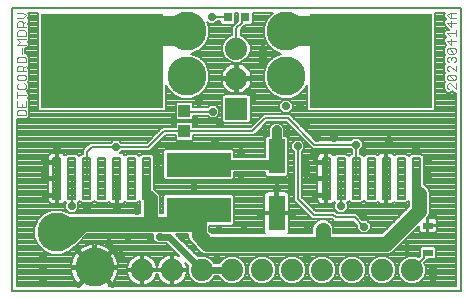
<source format=gtl>
G75*
%MOIN*%
%OFA0B0*%
%FSLAX25Y25*%
%IPPOS*%
%LPD*%
%AMOC8*
5,1,8,0,0,1.08239X$1,22.5*
%
%ADD10C,0.00400*%
%ADD11C,0.00500*%
%ADD12C,0.00778*%
%ADD13R,0.40827X0.31654*%
%ADD14R,0.03937X0.04331*%
%ADD15R,0.21654X0.08465*%
%ADD16R,0.05512X0.11811*%
%ADD17C,0.13000*%
%ADD18C,0.07400*%
%ADD19R,0.07400X0.07400*%
%ADD20R,0.03268X0.02480*%
%ADD21R,0.03150X0.03150*%
%ADD22C,0.00800*%
%ADD23OC8,0.02381*%
%ADD24C,0.01600*%
%ADD25C,0.02400*%
%ADD26C,0.05000*%
%ADD27C,0.03200*%
%ADD28C,0.10000*%
D10*
X0006772Y0063543D02*
X0006772Y0064944D01*
X0007239Y0065411D01*
X0009108Y0065411D01*
X0009575Y0064944D01*
X0009575Y0063543D01*
X0006772Y0063543D01*
X0006772Y0066489D02*
X0009575Y0066489D01*
X0009575Y0068357D01*
X0008174Y0067423D02*
X0008174Y0066489D01*
X0006772Y0066489D02*
X0006772Y0068357D01*
X0006772Y0069436D02*
X0006772Y0071304D01*
X0006772Y0070370D02*
X0009575Y0070370D01*
X0009108Y0072382D02*
X0007239Y0072382D01*
X0006772Y0072849D01*
X0006772Y0073783D01*
X0007239Y0074250D01*
X0007239Y0075329D02*
X0009108Y0075329D01*
X0009575Y0075796D01*
X0009575Y0076730D01*
X0009108Y0077197D01*
X0007239Y0077197D01*
X0006772Y0076730D01*
X0006772Y0075796D01*
X0007239Y0075329D01*
X0009108Y0074250D02*
X0009575Y0073783D01*
X0009575Y0072849D01*
X0009108Y0072382D01*
X0009575Y0078275D02*
X0006772Y0078275D01*
X0006772Y0079676D01*
X0007239Y0080143D01*
X0008174Y0080143D01*
X0008641Y0079676D01*
X0008641Y0078275D01*
X0008641Y0079209D02*
X0009575Y0080143D01*
X0009575Y0081222D02*
X0009575Y0082623D01*
X0009108Y0083090D01*
X0007239Y0083090D01*
X0006772Y0082623D01*
X0006772Y0081222D01*
X0009575Y0081222D01*
X0008174Y0084168D02*
X0008174Y0086036D01*
X0009575Y0087115D02*
X0006772Y0087115D01*
X0007707Y0088049D01*
X0006772Y0088983D01*
X0009575Y0088983D01*
X0009575Y0090061D02*
X0009575Y0091462D01*
X0009108Y0091929D01*
X0007239Y0091929D01*
X0006772Y0091462D01*
X0006772Y0090061D01*
X0009575Y0090061D01*
X0009575Y0093008D02*
X0006772Y0093008D01*
X0006772Y0094409D01*
X0007239Y0094876D01*
X0008174Y0094876D01*
X0008641Y0094409D01*
X0008641Y0093008D01*
X0008641Y0093942D02*
X0009575Y0094876D01*
X0008641Y0095954D02*
X0009575Y0096888D01*
X0008641Y0097823D01*
X0006772Y0097823D01*
X0006772Y0095954D02*
X0008641Y0095954D01*
X0150029Y0096888D02*
X0150963Y0095954D01*
X0152831Y0095954D01*
X0151430Y0095954D02*
X0151430Y0097823D01*
X0150963Y0097823D02*
X0152831Y0097823D01*
X0150963Y0097823D02*
X0150029Y0096888D01*
X0151430Y0094876D02*
X0151430Y0093008D01*
X0150029Y0094409D01*
X0152831Y0094409D01*
X0152831Y0091929D02*
X0152831Y0090061D01*
X0152831Y0090995D02*
X0150029Y0090995D01*
X0150963Y0090061D01*
X0151430Y0088983D02*
X0151430Y0087115D01*
X0150029Y0088516D01*
X0152831Y0088516D01*
X0152364Y0086036D02*
X0150496Y0086036D01*
X0152364Y0084168D01*
X0152831Y0084635D01*
X0152831Y0085569D01*
X0152364Y0086036D01*
X0150496Y0086036D02*
X0150029Y0085569D01*
X0150029Y0084635D01*
X0150496Y0084168D01*
X0152364Y0084168D01*
X0152364Y0083090D02*
X0152831Y0082623D01*
X0152831Y0081689D01*
X0152364Y0081222D01*
X0152831Y0080143D02*
X0152831Y0078275D01*
X0150963Y0080143D01*
X0150496Y0080143D01*
X0150029Y0079676D01*
X0150029Y0078742D01*
X0150496Y0078275D01*
X0150496Y0077197D02*
X0152364Y0075329D01*
X0152831Y0075796D01*
X0152831Y0076730D01*
X0152364Y0077197D01*
X0150496Y0077197D01*
X0150029Y0076730D01*
X0150029Y0075796D01*
X0150496Y0075329D01*
X0152364Y0075329D01*
X0152831Y0074250D02*
X0152831Y0072382D01*
X0150963Y0074250D01*
X0150496Y0074250D01*
X0150029Y0073783D01*
X0150029Y0072849D01*
X0150496Y0072382D01*
X0150496Y0081222D02*
X0150029Y0081689D01*
X0150029Y0082623D01*
X0150496Y0083090D01*
X0150963Y0083090D01*
X0151430Y0082623D01*
X0151897Y0083090D01*
X0152364Y0083090D01*
X0151430Y0082623D02*
X0151430Y0082156D01*
D11*
X0005000Y0099488D02*
X0005000Y0005000D01*
X0154606Y0005000D01*
X0154606Y0099488D01*
X0005000Y0099488D01*
D12*
X0021087Y0049355D02*
X0021087Y0035685D01*
X0018755Y0035685D01*
X0018755Y0049355D01*
X0021087Y0049355D01*
X0021087Y0036462D02*
X0018755Y0036462D01*
X0018755Y0037239D02*
X0021087Y0037239D01*
X0021087Y0038016D02*
X0018755Y0038016D01*
X0018755Y0038793D02*
X0021087Y0038793D01*
X0021087Y0039570D02*
X0018755Y0039570D01*
X0018755Y0040347D02*
X0021087Y0040347D01*
X0021087Y0041124D02*
X0018755Y0041124D01*
X0018755Y0041901D02*
X0021087Y0041901D01*
X0021087Y0042678D02*
X0018755Y0042678D01*
X0018755Y0043455D02*
X0021087Y0043455D01*
X0021087Y0044232D02*
X0018755Y0044232D01*
X0018755Y0045009D02*
X0021087Y0045009D01*
X0021087Y0045786D02*
X0018755Y0045786D01*
X0018755Y0046563D02*
X0021087Y0046563D01*
X0021087Y0047340D02*
X0018755Y0047340D01*
X0018755Y0048117D02*
X0021087Y0048117D01*
X0021087Y0048894D02*
X0018755Y0048894D01*
X0026087Y0049355D02*
X0026087Y0035685D01*
X0023755Y0035685D01*
X0023755Y0049355D01*
X0026087Y0049355D01*
X0026087Y0036462D02*
X0023755Y0036462D01*
X0023755Y0037239D02*
X0026087Y0037239D01*
X0026087Y0038016D02*
X0023755Y0038016D01*
X0023755Y0038793D02*
X0026087Y0038793D01*
X0026087Y0039570D02*
X0023755Y0039570D01*
X0023755Y0040347D02*
X0026087Y0040347D01*
X0026087Y0041124D02*
X0023755Y0041124D01*
X0023755Y0041901D02*
X0026087Y0041901D01*
X0026087Y0042678D02*
X0023755Y0042678D01*
X0023755Y0043455D02*
X0026087Y0043455D01*
X0026087Y0044232D02*
X0023755Y0044232D01*
X0023755Y0045009D02*
X0026087Y0045009D01*
X0026087Y0045786D02*
X0023755Y0045786D01*
X0023755Y0046563D02*
X0026087Y0046563D01*
X0026087Y0047340D02*
X0023755Y0047340D01*
X0023755Y0048117D02*
X0026087Y0048117D01*
X0026087Y0048894D02*
X0023755Y0048894D01*
X0031087Y0049355D02*
X0031087Y0035685D01*
X0028755Y0035685D01*
X0028755Y0049355D01*
X0031087Y0049355D01*
X0031087Y0036462D02*
X0028755Y0036462D01*
X0028755Y0037239D02*
X0031087Y0037239D01*
X0031087Y0038016D02*
X0028755Y0038016D01*
X0028755Y0038793D02*
X0031087Y0038793D01*
X0031087Y0039570D02*
X0028755Y0039570D01*
X0028755Y0040347D02*
X0031087Y0040347D01*
X0031087Y0041124D02*
X0028755Y0041124D01*
X0028755Y0041901D02*
X0031087Y0041901D01*
X0031087Y0042678D02*
X0028755Y0042678D01*
X0028755Y0043455D02*
X0031087Y0043455D01*
X0031087Y0044232D02*
X0028755Y0044232D01*
X0028755Y0045009D02*
X0031087Y0045009D01*
X0031087Y0045786D02*
X0028755Y0045786D01*
X0028755Y0046563D02*
X0031087Y0046563D01*
X0031087Y0047340D02*
X0028755Y0047340D01*
X0028755Y0048117D02*
X0031087Y0048117D01*
X0031087Y0048894D02*
X0028755Y0048894D01*
X0036087Y0049355D02*
X0036087Y0035685D01*
X0033755Y0035685D01*
X0033755Y0049355D01*
X0036087Y0049355D01*
X0036087Y0036462D02*
X0033755Y0036462D01*
X0033755Y0037239D02*
X0036087Y0037239D01*
X0036087Y0038016D02*
X0033755Y0038016D01*
X0033755Y0038793D02*
X0036087Y0038793D01*
X0036087Y0039570D02*
X0033755Y0039570D01*
X0033755Y0040347D02*
X0036087Y0040347D01*
X0036087Y0041124D02*
X0033755Y0041124D01*
X0033755Y0041901D02*
X0036087Y0041901D01*
X0036087Y0042678D02*
X0033755Y0042678D01*
X0033755Y0043455D02*
X0036087Y0043455D01*
X0036087Y0044232D02*
X0033755Y0044232D01*
X0033755Y0045009D02*
X0036087Y0045009D01*
X0036087Y0045786D02*
X0033755Y0045786D01*
X0033755Y0046563D02*
X0036087Y0046563D01*
X0036087Y0047340D02*
X0033755Y0047340D01*
X0033755Y0048117D02*
X0036087Y0048117D01*
X0036087Y0048894D02*
X0033755Y0048894D01*
X0041087Y0049355D02*
X0041087Y0035685D01*
X0038755Y0035685D01*
X0038755Y0049355D01*
X0041087Y0049355D01*
X0041087Y0036462D02*
X0038755Y0036462D01*
X0038755Y0037239D02*
X0041087Y0037239D01*
X0041087Y0038016D02*
X0038755Y0038016D01*
X0038755Y0038793D02*
X0041087Y0038793D01*
X0041087Y0039570D02*
X0038755Y0039570D01*
X0038755Y0040347D02*
X0041087Y0040347D01*
X0041087Y0041124D02*
X0038755Y0041124D01*
X0038755Y0041901D02*
X0041087Y0041901D01*
X0041087Y0042678D02*
X0038755Y0042678D01*
X0038755Y0043455D02*
X0041087Y0043455D01*
X0041087Y0044232D02*
X0038755Y0044232D01*
X0038755Y0045009D02*
X0041087Y0045009D01*
X0041087Y0045786D02*
X0038755Y0045786D01*
X0038755Y0046563D02*
X0041087Y0046563D01*
X0041087Y0047340D02*
X0038755Y0047340D01*
X0038755Y0048117D02*
X0041087Y0048117D01*
X0041087Y0048894D02*
X0038755Y0048894D01*
X0046087Y0049355D02*
X0046087Y0035685D01*
X0043755Y0035685D01*
X0043755Y0049355D01*
X0046087Y0049355D01*
X0046087Y0036462D02*
X0043755Y0036462D01*
X0043755Y0037239D02*
X0046087Y0037239D01*
X0046087Y0038016D02*
X0043755Y0038016D01*
X0043755Y0038793D02*
X0046087Y0038793D01*
X0046087Y0039570D02*
X0043755Y0039570D01*
X0043755Y0040347D02*
X0046087Y0040347D01*
X0046087Y0041124D02*
X0043755Y0041124D01*
X0043755Y0041901D02*
X0046087Y0041901D01*
X0046087Y0042678D02*
X0043755Y0042678D01*
X0043755Y0043455D02*
X0046087Y0043455D01*
X0046087Y0044232D02*
X0043755Y0044232D01*
X0043755Y0045009D02*
X0046087Y0045009D01*
X0046087Y0045786D02*
X0043755Y0045786D01*
X0043755Y0046563D02*
X0046087Y0046563D01*
X0046087Y0047340D02*
X0043755Y0047340D01*
X0043755Y0048117D02*
X0046087Y0048117D01*
X0046087Y0048894D02*
X0043755Y0048894D01*
X0051087Y0049355D02*
X0051087Y0035685D01*
X0048755Y0035685D01*
X0048755Y0049355D01*
X0051087Y0049355D01*
X0051087Y0036462D02*
X0048755Y0036462D01*
X0048755Y0037239D02*
X0051087Y0037239D01*
X0051087Y0038016D02*
X0048755Y0038016D01*
X0048755Y0038793D02*
X0051087Y0038793D01*
X0051087Y0039570D02*
X0048755Y0039570D01*
X0048755Y0040347D02*
X0051087Y0040347D01*
X0051087Y0041124D02*
X0048755Y0041124D01*
X0048755Y0041901D02*
X0051087Y0041901D01*
X0051087Y0042678D02*
X0048755Y0042678D01*
X0048755Y0043455D02*
X0051087Y0043455D01*
X0051087Y0044232D02*
X0048755Y0044232D01*
X0048755Y0045009D02*
X0051087Y0045009D01*
X0051087Y0045786D02*
X0048755Y0045786D01*
X0048755Y0046563D02*
X0051087Y0046563D01*
X0051087Y0047340D02*
X0048755Y0047340D01*
X0048755Y0048117D02*
X0051087Y0048117D01*
X0051087Y0048894D02*
X0048755Y0048894D01*
X0110851Y0049355D02*
X0110851Y0035685D01*
X0108519Y0035685D01*
X0108519Y0049355D01*
X0110851Y0049355D01*
X0110851Y0036462D02*
X0108519Y0036462D01*
X0108519Y0037239D02*
X0110851Y0037239D01*
X0110851Y0038016D02*
X0108519Y0038016D01*
X0108519Y0038793D02*
X0110851Y0038793D01*
X0110851Y0039570D02*
X0108519Y0039570D01*
X0108519Y0040347D02*
X0110851Y0040347D01*
X0110851Y0041124D02*
X0108519Y0041124D01*
X0108519Y0041901D02*
X0110851Y0041901D01*
X0110851Y0042678D02*
X0108519Y0042678D01*
X0108519Y0043455D02*
X0110851Y0043455D01*
X0110851Y0044232D02*
X0108519Y0044232D01*
X0108519Y0045009D02*
X0110851Y0045009D01*
X0110851Y0045786D02*
X0108519Y0045786D01*
X0108519Y0046563D02*
X0110851Y0046563D01*
X0110851Y0047340D02*
X0108519Y0047340D01*
X0108519Y0048117D02*
X0110851Y0048117D01*
X0110851Y0048894D02*
X0108519Y0048894D01*
X0115851Y0049355D02*
X0115851Y0035685D01*
X0113519Y0035685D01*
X0113519Y0049355D01*
X0115851Y0049355D01*
X0115851Y0036462D02*
X0113519Y0036462D01*
X0113519Y0037239D02*
X0115851Y0037239D01*
X0115851Y0038016D02*
X0113519Y0038016D01*
X0113519Y0038793D02*
X0115851Y0038793D01*
X0115851Y0039570D02*
X0113519Y0039570D01*
X0113519Y0040347D02*
X0115851Y0040347D01*
X0115851Y0041124D02*
X0113519Y0041124D01*
X0113519Y0041901D02*
X0115851Y0041901D01*
X0115851Y0042678D02*
X0113519Y0042678D01*
X0113519Y0043455D02*
X0115851Y0043455D01*
X0115851Y0044232D02*
X0113519Y0044232D01*
X0113519Y0045009D02*
X0115851Y0045009D01*
X0115851Y0045786D02*
X0113519Y0045786D01*
X0113519Y0046563D02*
X0115851Y0046563D01*
X0115851Y0047340D02*
X0113519Y0047340D01*
X0113519Y0048117D02*
X0115851Y0048117D01*
X0115851Y0048894D02*
X0113519Y0048894D01*
X0120851Y0049355D02*
X0120851Y0035685D01*
X0118519Y0035685D01*
X0118519Y0049355D01*
X0120851Y0049355D01*
X0120851Y0036462D02*
X0118519Y0036462D01*
X0118519Y0037239D02*
X0120851Y0037239D01*
X0120851Y0038016D02*
X0118519Y0038016D01*
X0118519Y0038793D02*
X0120851Y0038793D01*
X0120851Y0039570D02*
X0118519Y0039570D01*
X0118519Y0040347D02*
X0120851Y0040347D01*
X0120851Y0041124D02*
X0118519Y0041124D01*
X0118519Y0041901D02*
X0120851Y0041901D01*
X0120851Y0042678D02*
X0118519Y0042678D01*
X0118519Y0043455D02*
X0120851Y0043455D01*
X0120851Y0044232D02*
X0118519Y0044232D01*
X0118519Y0045009D02*
X0120851Y0045009D01*
X0120851Y0045786D02*
X0118519Y0045786D01*
X0118519Y0046563D02*
X0120851Y0046563D01*
X0120851Y0047340D02*
X0118519Y0047340D01*
X0118519Y0048117D02*
X0120851Y0048117D01*
X0120851Y0048894D02*
X0118519Y0048894D01*
X0125851Y0049355D02*
X0125851Y0035685D01*
X0123519Y0035685D01*
X0123519Y0049355D01*
X0125851Y0049355D01*
X0125851Y0036462D02*
X0123519Y0036462D01*
X0123519Y0037239D02*
X0125851Y0037239D01*
X0125851Y0038016D02*
X0123519Y0038016D01*
X0123519Y0038793D02*
X0125851Y0038793D01*
X0125851Y0039570D02*
X0123519Y0039570D01*
X0123519Y0040347D02*
X0125851Y0040347D01*
X0125851Y0041124D02*
X0123519Y0041124D01*
X0123519Y0041901D02*
X0125851Y0041901D01*
X0125851Y0042678D02*
X0123519Y0042678D01*
X0123519Y0043455D02*
X0125851Y0043455D01*
X0125851Y0044232D02*
X0123519Y0044232D01*
X0123519Y0045009D02*
X0125851Y0045009D01*
X0125851Y0045786D02*
X0123519Y0045786D01*
X0123519Y0046563D02*
X0125851Y0046563D01*
X0125851Y0047340D02*
X0123519Y0047340D01*
X0123519Y0048117D02*
X0125851Y0048117D01*
X0125851Y0048894D02*
X0123519Y0048894D01*
X0130851Y0049355D02*
X0130851Y0035685D01*
X0128519Y0035685D01*
X0128519Y0049355D01*
X0130851Y0049355D01*
X0130851Y0036462D02*
X0128519Y0036462D01*
X0128519Y0037239D02*
X0130851Y0037239D01*
X0130851Y0038016D02*
X0128519Y0038016D01*
X0128519Y0038793D02*
X0130851Y0038793D01*
X0130851Y0039570D02*
X0128519Y0039570D01*
X0128519Y0040347D02*
X0130851Y0040347D01*
X0130851Y0041124D02*
X0128519Y0041124D01*
X0128519Y0041901D02*
X0130851Y0041901D01*
X0130851Y0042678D02*
X0128519Y0042678D01*
X0128519Y0043455D02*
X0130851Y0043455D01*
X0130851Y0044232D02*
X0128519Y0044232D01*
X0128519Y0045009D02*
X0130851Y0045009D01*
X0130851Y0045786D02*
X0128519Y0045786D01*
X0128519Y0046563D02*
X0130851Y0046563D01*
X0130851Y0047340D02*
X0128519Y0047340D01*
X0128519Y0048117D02*
X0130851Y0048117D01*
X0130851Y0048894D02*
X0128519Y0048894D01*
X0135851Y0049355D02*
X0135851Y0035685D01*
X0133519Y0035685D01*
X0133519Y0049355D01*
X0135851Y0049355D01*
X0135851Y0036462D02*
X0133519Y0036462D01*
X0133519Y0037239D02*
X0135851Y0037239D01*
X0135851Y0038016D02*
X0133519Y0038016D01*
X0133519Y0038793D02*
X0135851Y0038793D01*
X0135851Y0039570D02*
X0133519Y0039570D01*
X0133519Y0040347D02*
X0135851Y0040347D01*
X0135851Y0041124D02*
X0133519Y0041124D01*
X0133519Y0041901D02*
X0135851Y0041901D01*
X0135851Y0042678D02*
X0133519Y0042678D01*
X0133519Y0043455D02*
X0135851Y0043455D01*
X0135851Y0044232D02*
X0133519Y0044232D01*
X0133519Y0045009D02*
X0135851Y0045009D01*
X0135851Y0045786D02*
X0133519Y0045786D01*
X0133519Y0046563D02*
X0135851Y0046563D01*
X0135851Y0047340D02*
X0133519Y0047340D01*
X0133519Y0048117D02*
X0135851Y0048117D01*
X0135851Y0048894D02*
X0133519Y0048894D01*
X0140851Y0049355D02*
X0140851Y0035685D01*
X0138519Y0035685D01*
X0138519Y0049355D01*
X0140851Y0049355D01*
X0140851Y0036462D02*
X0138519Y0036462D01*
X0138519Y0037239D02*
X0140851Y0037239D01*
X0140851Y0038016D02*
X0138519Y0038016D01*
X0138519Y0038793D02*
X0140851Y0038793D01*
X0140851Y0039570D02*
X0138519Y0039570D01*
X0138519Y0040347D02*
X0140851Y0040347D01*
X0140851Y0041124D02*
X0138519Y0041124D01*
X0138519Y0041901D02*
X0140851Y0041901D01*
X0140851Y0042678D02*
X0138519Y0042678D01*
X0138519Y0043455D02*
X0140851Y0043455D01*
X0140851Y0044232D02*
X0138519Y0044232D01*
X0138519Y0045009D02*
X0140851Y0045009D01*
X0140851Y0045786D02*
X0138519Y0045786D01*
X0138519Y0046563D02*
X0140851Y0046563D01*
X0140851Y0047340D02*
X0138519Y0047340D01*
X0138519Y0048117D02*
X0140851Y0048117D01*
X0140851Y0048894D02*
X0138519Y0048894D01*
D13*
X0124685Y0081732D03*
X0034921Y0081732D03*
D14*
X0062480Y0065039D03*
X0062480Y0058346D03*
D15*
X0067205Y0047205D03*
X0067205Y0032087D03*
D16*
X0093189Y0030984D03*
X0093189Y0049882D03*
D17*
X0096339Y0076654D03*
X0096339Y0091614D03*
X0063268Y0091614D03*
X0063268Y0076654D03*
X0019961Y0024685D03*
X0032559Y0012874D03*
D18*
X0048307Y0012087D03*
X0058307Y0012087D03*
X0068307Y0012087D03*
X0078307Y0012087D03*
X0088307Y0012087D03*
X0098307Y0012087D03*
X0108307Y0012087D03*
X0118307Y0012087D03*
X0128307Y0012087D03*
X0138307Y0012087D03*
X0079803Y0075866D03*
X0079803Y0085866D03*
D19*
X0079803Y0065866D03*
D20*
X0143583Y0026850D03*
X0143583Y0017795D03*
D21*
X0082756Y0096339D03*
X0076850Y0096339D03*
D22*
X0071535Y0096339D01*
X0070130Y0094647D02*
X0070628Y0094148D01*
X0072443Y0094148D01*
X0073233Y0094939D01*
X0074276Y0094939D01*
X0074276Y0094350D01*
X0074861Y0093764D01*
X0078839Y0093764D01*
X0079425Y0094350D01*
X0079425Y0097838D01*
X0080181Y0097838D01*
X0080181Y0095744D01*
X0080175Y0095737D01*
X0080175Y0094950D01*
X0078403Y0093178D01*
X0078403Y0090373D01*
X0077141Y0089851D01*
X0075819Y0088528D01*
X0075103Y0086801D01*
X0075103Y0084931D01*
X0075819Y0083204D01*
X0077141Y0081882D01*
X0078868Y0081166D01*
X0080738Y0081166D01*
X0082465Y0081882D01*
X0083788Y0083204D01*
X0084503Y0084931D01*
X0084503Y0086801D01*
X0083788Y0088528D01*
X0082465Y0089851D01*
X0081203Y0090373D01*
X0081203Y0092019D01*
X0082155Y0092970D01*
X0082948Y0093764D01*
X0084745Y0093764D01*
X0085331Y0094350D01*
X0085331Y0097838D01*
X0091956Y0097838D01*
X0089980Y0095863D01*
X0088839Y0093106D01*
X0088839Y0090122D01*
X0089980Y0087366D01*
X0092090Y0085256D01*
X0094799Y0084134D01*
X0092090Y0083012D01*
X0089980Y0080902D01*
X0088839Y0078145D01*
X0088839Y0075162D01*
X0089980Y0072405D01*
X0092090Y0070295D01*
X0094847Y0069154D01*
X0097830Y0069154D01*
X0100587Y0070295D01*
X0102697Y0072405D01*
X0103272Y0073793D01*
X0103272Y0065491D01*
X0103857Y0064906D01*
X0145513Y0064906D01*
X0146098Y0065491D01*
X0146098Y0097838D01*
X0149282Y0097838D01*
X0148829Y0097385D01*
X0148829Y0096391D01*
X0149532Y0095688D01*
X0149612Y0095609D01*
X0149532Y0095609D01*
X0148829Y0094906D01*
X0148829Y0093912D01*
X0150230Y0092511D01*
X0150230Y0092511D01*
X0150546Y0092195D01*
X0149532Y0092195D01*
X0148829Y0091492D01*
X0148829Y0090498D01*
X0149532Y0089795D01*
X0149612Y0089716D01*
X0149532Y0089716D01*
X0148829Y0089013D01*
X0148829Y0088019D01*
X0149805Y0087043D01*
X0149296Y0086534D01*
X0148829Y0086066D01*
X0148829Y0084138D01*
X0149338Y0083629D01*
X0149296Y0083587D01*
X0148829Y0083120D01*
X0148829Y0081192D01*
X0149338Y0080683D01*
X0148829Y0080173D01*
X0148829Y0078245D01*
X0149338Y0077736D01*
X0149296Y0077694D01*
X0148829Y0077227D01*
X0148829Y0075299D01*
X0149338Y0074790D01*
X0148829Y0074280D01*
X0148829Y0072352D01*
X0149999Y0071182D01*
X0150993Y0071182D01*
X0151664Y0071853D01*
X0152334Y0071182D01*
X0152956Y0071182D01*
X0152956Y0006650D01*
X0037425Y0006650D01*
X0037779Y0006922D01*
X0038511Y0007654D01*
X0039142Y0008476D01*
X0039660Y0009372D01*
X0040056Y0010329D01*
X0040324Y0011329D01*
X0040459Y0012356D01*
X0040459Y0012474D01*
X0032959Y0012474D01*
X0032959Y0013274D01*
X0032159Y0013274D01*
X0032159Y0012474D01*
X0024659Y0012474D01*
X0024659Y0012356D01*
X0024794Y0011329D01*
X0025062Y0010329D01*
X0025459Y0009372D01*
X0025976Y0008476D01*
X0026607Y0007654D01*
X0027339Y0006922D01*
X0027693Y0006650D01*
X0006650Y0006650D01*
X0006650Y0062343D01*
X0010072Y0062343D01*
X0010775Y0063046D01*
X0010775Y0065441D01*
X0010499Y0065716D01*
X0010775Y0065992D01*
X0010775Y0068854D01*
X0010266Y0069364D01*
X0010775Y0069873D01*
X0010775Y0070867D01*
X0010072Y0071570D01*
X0009992Y0071570D01*
X0010072Y0071649D01*
X0010775Y0072352D01*
X0010775Y0074280D01*
X0010266Y0074790D01*
X0010775Y0075299D01*
X0010775Y0077227D01*
X0010499Y0077502D01*
X0010775Y0077778D01*
X0010775Y0078772D01*
X0010338Y0079209D01*
X0010775Y0079646D01*
X0010775Y0080640D01*
X0010733Y0080683D01*
X0010775Y0080725D01*
X0010775Y0083120D01*
X0009605Y0084290D01*
X0009374Y0084290D01*
X0009374Y0085915D01*
X0010072Y0085915D01*
X0010775Y0086618D01*
X0010775Y0087612D01*
X0010338Y0088049D01*
X0010775Y0088486D01*
X0010775Y0089480D01*
X0010733Y0089522D01*
X0010775Y0089564D01*
X0010775Y0091959D01*
X0010499Y0092235D01*
X0010775Y0092511D01*
X0010775Y0093505D01*
X0010338Y0093942D01*
X0010775Y0094379D01*
X0010775Y0095373D01*
X0010266Y0095882D01*
X0010775Y0096391D01*
X0010775Y0097385D01*
X0010322Y0097838D01*
X0013508Y0097838D01*
X0013508Y0065491D01*
X0014094Y0064906D01*
X0055749Y0064906D01*
X0056335Y0065491D01*
X0056335Y0073793D01*
X0056910Y0072405D01*
X0059019Y0070295D01*
X0061776Y0069154D01*
X0064760Y0069154D01*
X0067516Y0070295D01*
X0069626Y0072405D01*
X0070768Y0075162D01*
X0070768Y0078145D01*
X0069626Y0080902D01*
X0067516Y0083012D01*
X0064807Y0084134D01*
X0067516Y0085256D01*
X0069626Y0087366D01*
X0070768Y0090122D01*
X0070768Y0093106D01*
X0070130Y0094647D01*
X0070218Y0094433D02*
X0070343Y0094433D01*
X0070549Y0093635D02*
X0078860Y0093635D01*
X0078403Y0092836D02*
X0070768Y0092836D01*
X0070768Y0092038D02*
X0078403Y0092038D01*
X0078403Y0091239D02*
X0070768Y0091239D01*
X0070768Y0090441D02*
X0078403Y0090441D01*
X0076932Y0089642D02*
X0070569Y0089642D01*
X0070238Y0088844D02*
X0076134Y0088844D01*
X0075618Y0088045D02*
X0069907Y0088045D01*
X0069507Y0087247D02*
X0075288Y0087247D01*
X0075103Y0086448D02*
X0068708Y0086448D01*
X0067910Y0085650D02*
X0075103Y0085650D01*
X0075136Y0084851D02*
X0066539Y0084851D01*
X0065003Y0084053D02*
X0075467Y0084053D01*
X0075798Y0083254D02*
X0066931Y0083254D01*
X0068072Y0082456D02*
X0076567Y0082456D01*
X0077683Y0081657D02*
X0068871Y0081657D01*
X0069644Y0080859D02*
X0078723Y0080859D01*
X0078609Y0080841D02*
X0077845Y0080592D01*
X0077130Y0080228D01*
X0076481Y0079756D01*
X0075913Y0079189D01*
X0075441Y0078539D01*
X0075077Y0077824D01*
X0074829Y0077060D01*
X0074703Y0076268D01*
X0074703Y0076266D01*
X0079403Y0076266D01*
X0079403Y0075466D01*
X0074703Y0075466D01*
X0074703Y0075465D01*
X0074829Y0074672D01*
X0075077Y0073908D01*
X0075441Y0073193D01*
X0075913Y0072544D01*
X0076481Y0071976D01*
X0077130Y0071504D01*
X0077845Y0071140D01*
X0078609Y0070892D01*
X0079402Y0070766D01*
X0079403Y0070766D01*
X0079403Y0075466D01*
X0080203Y0075466D01*
X0080203Y0070766D01*
X0080205Y0070766D01*
X0080997Y0070892D01*
X0081761Y0071140D01*
X0082476Y0071504D01*
X0083126Y0071976D01*
X0083693Y0072544D01*
X0084165Y0073193D01*
X0084529Y0073908D01*
X0084778Y0074672D01*
X0084903Y0075465D01*
X0084903Y0075466D01*
X0080203Y0075466D01*
X0080203Y0076266D01*
X0079403Y0076266D01*
X0079403Y0080966D01*
X0079402Y0080966D01*
X0078609Y0080841D01*
X0079403Y0080859D02*
X0080203Y0080859D01*
X0080203Y0080966D02*
X0080203Y0076266D01*
X0084903Y0076266D01*
X0084903Y0076268D01*
X0084778Y0077060D01*
X0084529Y0077824D01*
X0084165Y0078539D01*
X0083693Y0079189D01*
X0083126Y0079756D01*
X0082476Y0080228D01*
X0081761Y0080592D01*
X0080997Y0080841D01*
X0080205Y0080966D01*
X0080203Y0080966D01*
X0080884Y0080859D02*
X0089962Y0080859D01*
X0089632Y0080060D02*
X0082707Y0080060D01*
X0083620Y0079262D02*
X0089301Y0079262D01*
X0088970Y0078463D02*
X0084204Y0078463D01*
X0084581Y0077665D02*
X0088839Y0077665D01*
X0088839Y0076866D02*
X0084808Y0076866D01*
X0084872Y0075269D02*
X0088839Y0075269D01*
X0088839Y0076068D02*
X0080203Y0076068D01*
X0080203Y0076866D02*
X0079403Y0076866D01*
X0079403Y0076068D02*
X0070768Y0076068D01*
X0070768Y0076866D02*
X0074798Y0076866D01*
X0075025Y0077665D02*
X0070768Y0077665D01*
X0070636Y0078463D02*
X0075402Y0078463D01*
X0075986Y0079262D02*
X0070305Y0079262D01*
X0069975Y0080060D02*
X0076899Y0080060D01*
X0079403Y0080060D02*
X0080203Y0080060D01*
X0080203Y0079262D02*
X0079403Y0079262D01*
X0079403Y0078463D02*
X0080203Y0078463D01*
X0080203Y0077665D02*
X0079403Y0077665D01*
X0079403Y0075269D02*
X0080203Y0075269D01*
X0080203Y0074470D02*
X0079403Y0074470D01*
X0079403Y0073672D02*
X0080203Y0073672D01*
X0080203Y0072873D02*
X0079403Y0072873D01*
X0079403Y0072075D02*
X0080203Y0072075D01*
X0080203Y0071276D02*
X0079403Y0071276D01*
X0077577Y0071276D02*
X0068497Y0071276D01*
X0067699Y0070478D02*
X0075601Y0070478D01*
X0075689Y0070566D02*
X0075103Y0069980D01*
X0075103Y0061752D01*
X0075689Y0061166D01*
X0083917Y0061166D01*
X0084503Y0061752D01*
X0084503Y0069980D01*
X0083917Y0070566D01*
X0075689Y0070566D01*
X0075103Y0069679D02*
X0066029Y0069679D01*
X0064863Y0068205D02*
X0060098Y0068205D01*
X0059512Y0067619D01*
X0059512Y0062460D01*
X0060098Y0061874D01*
X0064863Y0061874D01*
X0065449Y0062460D01*
X0065449Y0063443D01*
X0070231Y0063443D01*
X0071022Y0062652D01*
X0072836Y0062652D01*
X0074120Y0063935D01*
X0074120Y0065750D01*
X0072836Y0067033D01*
X0071022Y0067033D01*
X0070231Y0066243D01*
X0065449Y0066243D01*
X0065449Y0067619D01*
X0064863Y0068205D01*
X0064985Y0068082D02*
X0075103Y0068082D01*
X0075103Y0067284D02*
X0065449Y0067284D01*
X0065449Y0066485D02*
X0070474Y0066485D01*
X0071929Y0064843D02*
X0062480Y0064843D01*
X0062480Y0065039D01*
X0065449Y0063291D02*
X0070382Y0063291D01*
X0073476Y0063291D02*
X0075103Y0063291D01*
X0075103Y0062493D02*
X0065449Y0062493D01*
X0064863Y0061512D02*
X0060098Y0061512D01*
X0059512Y0060926D01*
X0059512Y0059746D01*
X0055207Y0059746D01*
X0054387Y0058926D01*
X0049893Y0054431D01*
X0041344Y0054431D01*
X0040553Y0055222D01*
X0038738Y0055222D01*
X0037948Y0054431D01*
X0030940Y0054431D01*
X0030120Y0053611D01*
X0028521Y0052013D01*
X0028521Y0050744D01*
X0028180Y0050744D01*
X0027421Y0049986D01*
X0026663Y0050744D01*
X0023180Y0050744D01*
X0022654Y0050219D01*
X0022519Y0050454D01*
X0022186Y0050787D01*
X0021778Y0051022D01*
X0021323Y0051144D01*
X0020299Y0051144D01*
X0020299Y0042897D01*
X0019544Y0042897D01*
X0019544Y0042142D01*
X0020299Y0042142D01*
X0020299Y0033895D01*
X0021323Y0033895D01*
X0021778Y0034017D01*
X0022186Y0034253D01*
X0022519Y0034586D01*
X0022654Y0034820D01*
X0022976Y0034499D01*
X0022731Y0034254D01*
X0022731Y0032439D01*
X0024014Y0031156D01*
X0025829Y0031156D01*
X0027112Y0032439D01*
X0027112Y0034254D01*
X0026867Y0034499D01*
X0027421Y0035054D01*
X0028180Y0034295D01*
X0031663Y0034295D01*
X0032421Y0035054D01*
X0033180Y0034295D01*
X0036663Y0034295D01*
X0037188Y0034820D01*
X0037324Y0034586D01*
X0037657Y0034253D01*
X0038064Y0034017D01*
X0038519Y0033895D01*
X0039544Y0033895D01*
X0039544Y0042142D01*
X0040299Y0042142D01*
X0040299Y0033895D01*
X0041323Y0033895D01*
X0041778Y0034017D01*
X0042186Y0034253D01*
X0042519Y0034586D01*
X0042654Y0034820D01*
X0043180Y0034295D01*
X0046663Y0034295D01*
X0047421Y0035054D01*
X0047721Y0034754D01*
X0047721Y0030941D01*
X0024311Y0030941D01*
X0024209Y0031043D01*
X0021452Y0032185D01*
X0018469Y0032185D01*
X0015712Y0031043D01*
X0013602Y0028933D01*
X0012461Y0026177D01*
X0012461Y0023193D01*
X0013602Y0020437D01*
X0015712Y0018327D01*
X0018469Y0017185D01*
X0021452Y0017185D01*
X0024209Y0018327D01*
X0025849Y0019967D01*
X0026274Y0020143D01*
X0030072Y0023941D01*
X0052013Y0023941D01*
X0052013Y0022199D01*
X0053301Y0020910D01*
X0056372Y0020910D01*
X0060682Y0016600D01*
X0060265Y0016813D01*
X0059501Y0017061D01*
X0058708Y0017187D01*
X0058707Y0017187D01*
X0058707Y0012487D01*
X0057907Y0012487D01*
X0057907Y0017187D01*
X0057906Y0017187D01*
X0057113Y0017061D01*
X0056349Y0016813D01*
X0055634Y0016449D01*
X0054985Y0015977D01*
X0054417Y0015409D01*
X0053945Y0014760D01*
X0053581Y0014044D01*
X0053333Y0013281D01*
X0053307Y0013119D01*
X0053281Y0013281D01*
X0053033Y0014044D01*
X0052669Y0014760D01*
X0052197Y0015409D01*
X0051630Y0015977D01*
X0050980Y0016449D01*
X0050265Y0016813D01*
X0049501Y0017061D01*
X0048708Y0017187D01*
X0048707Y0017187D01*
X0048707Y0012487D01*
X0047907Y0012487D01*
X0047907Y0017187D01*
X0047906Y0017187D01*
X0047113Y0017061D01*
X0046349Y0016813D01*
X0045634Y0016449D01*
X0044985Y0015977D01*
X0044417Y0015409D01*
X0043945Y0014760D01*
X0043581Y0014044D01*
X0043333Y0013281D01*
X0043207Y0012488D01*
X0043207Y0012487D01*
X0047907Y0012487D01*
X0047907Y0011687D01*
X0043207Y0011687D01*
X0043207Y0011685D01*
X0043333Y0010892D01*
X0043581Y0010129D01*
X0043945Y0009414D01*
X0044417Y0008764D01*
X0044985Y0008197D01*
X0045634Y0007725D01*
X0046349Y0007360D01*
X0047113Y0007112D01*
X0047906Y0006987D01*
X0047907Y0006987D01*
X0047907Y0011687D01*
X0048707Y0011687D01*
X0048707Y0012487D01*
X0057907Y0012487D01*
X0057907Y0011687D01*
X0053407Y0011687D01*
X0048707Y0011687D01*
X0048707Y0006987D01*
X0048708Y0006987D01*
X0049501Y0007112D01*
X0050265Y0007360D01*
X0050980Y0007725D01*
X0051630Y0008197D01*
X0052197Y0008764D01*
X0052669Y0009414D01*
X0053033Y0010129D01*
X0053281Y0010892D01*
X0053307Y0011054D01*
X0053333Y0010892D01*
X0053581Y0010129D01*
X0053945Y0009414D01*
X0054417Y0008764D01*
X0054985Y0008197D01*
X0055634Y0007725D01*
X0056349Y0007360D01*
X0057113Y0007112D01*
X0057906Y0006987D01*
X0057907Y0006987D01*
X0057907Y0011687D01*
X0058707Y0011687D01*
X0058707Y0012487D01*
X0063407Y0012487D01*
X0063407Y0012488D01*
X0063281Y0013281D01*
X0063033Y0014044D01*
X0062821Y0014462D01*
X0063799Y0013484D01*
X0063607Y0013022D01*
X0063607Y0011152D01*
X0064323Y0009424D01*
X0065645Y0008102D01*
X0067372Y0007387D01*
X0069242Y0007387D01*
X0070969Y0008102D01*
X0072292Y0009424D01*
X0072483Y0009887D01*
X0074131Y0009887D01*
X0074323Y0009424D01*
X0075645Y0008102D01*
X0077372Y0007387D01*
X0079242Y0007387D01*
X0080969Y0008102D01*
X0082292Y0009424D01*
X0083007Y0011152D01*
X0083007Y0013022D01*
X0082292Y0014749D01*
X0080969Y0016071D01*
X0079242Y0016787D01*
X0077372Y0016787D01*
X0075645Y0016071D01*
X0074323Y0014749D01*
X0074131Y0014287D01*
X0072483Y0014287D01*
X0072292Y0014749D01*
X0070969Y0016071D01*
X0069242Y0016787D01*
X0067372Y0016787D01*
X0066910Y0016595D01*
X0059564Y0023941D01*
X0063705Y0023941D01*
X0063705Y0022966D01*
X0064238Y0021680D01*
X0065222Y0020695D01*
X0068136Y0017781D01*
X0069423Y0017248D01*
X0109239Y0017248D01*
X0129100Y0017248D01*
X0130492Y0017248D01*
X0131779Y0017781D01*
X0140549Y0026551D01*
X0140549Y0025426D01*
X0140644Y0025070D01*
X0140829Y0024751D01*
X0141089Y0024490D01*
X0141408Y0024306D01*
X0141764Y0024210D01*
X0143363Y0024210D01*
X0143363Y0026630D01*
X0143803Y0026630D01*
X0143803Y0027070D01*
X0146617Y0027070D01*
X0146617Y0028275D01*
X0146521Y0028631D01*
X0146337Y0028950D01*
X0146076Y0029211D01*
X0145757Y0029395D01*
X0145401Y0029491D01*
X0143803Y0029491D01*
X0143803Y0027071D01*
X0143363Y0027071D01*
X0143363Y0029365D01*
X0143794Y0029796D01*
X0144327Y0031082D01*
X0144327Y0038137D01*
X0143794Y0039424D01*
X0142809Y0040408D01*
X0142240Y0040644D01*
X0142240Y0049931D01*
X0141427Y0050744D01*
X0137943Y0050744D01*
X0137185Y0049986D01*
X0136427Y0050744D01*
X0132943Y0050744D01*
X0132418Y0050219D01*
X0132283Y0050454D01*
X0131950Y0050787D01*
X0131542Y0051022D01*
X0131087Y0051144D01*
X0130063Y0051144D01*
X0130063Y0042897D01*
X0129307Y0042897D01*
X0129307Y0051144D01*
X0128283Y0051144D01*
X0127828Y0051022D01*
X0127420Y0050787D01*
X0127087Y0050454D01*
X0126952Y0050219D01*
X0126427Y0050744D01*
X0122943Y0050744D01*
X0122185Y0049986D01*
X0121427Y0050744D01*
X0121085Y0050744D01*
X0121085Y0052121D01*
X0121876Y0052912D01*
X0121876Y0054726D01*
X0120592Y0056009D01*
X0118778Y0056009D01*
X0117987Y0055219D01*
X0106367Y0055219D01*
X0098329Y0063257D01*
X0097509Y0064077D01*
X0088869Y0064077D01*
X0084538Y0059746D01*
X0065449Y0059746D01*
X0065449Y0060926D01*
X0064863Y0061512D01*
X0065449Y0060896D02*
X0085688Y0060896D01*
X0086486Y0061694D02*
X0084446Y0061694D01*
X0084503Y0062493D02*
X0087285Y0062493D01*
X0088083Y0063291D02*
X0084503Y0063291D01*
X0084503Y0064090D02*
X0152956Y0064090D01*
X0152956Y0064888D02*
X0097711Y0064888D01*
X0097246Y0064424D02*
X0098529Y0065707D01*
X0098529Y0067522D01*
X0097246Y0068805D01*
X0095431Y0068805D01*
X0094148Y0067522D01*
X0094148Y0065707D01*
X0095431Y0064424D01*
X0097246Y0064424D01*
X0098295Y0063291D02*
X0152956Y0063291D01*
X0152956Y0062493D02*
X0099093Y0062493D01*
X0099892Y0061694D02*
X0152956Y0061694D01*
X0152956Y0060896D02*
X0100690Y0060896D01*
X0101489Y0060097D02*
X0152956Y0060097D01*
X0152956Y0059299D02*
X0102287Y0059299D01*
X0103086Y0058500D02*
X0152956Y0058500D01*
X0152956Y0057702D02*
X0103884Y0057702D01*
X0104683Y0056903D02*
X0152956Y0056903D01*
X0152956Y0056105D02*
X0105481Y0056105D01*
X0106280Y0055306D02*
X0118074Y0055306D01*
X0119685Y0053819D02*
X0119685Y0042520D01*
X0114685Y0042520D02*
X0114685Y0033346D01*
X0112494Y0032948D02*
X0105016Y0032948D01*
X0104218Y0033746D02*
X0112494Y0033746D01*
X0112494Y0034254D02*
X0112494Y0032439D01*
X0113778Y0031156D01*
X0115592Y0031156D01*
X0116876Y0032439D01*
X0116876Y0034254D01*
X0116630Y0034499D01*
X0117185Y0035054D01*
X0117943Y0034295D01*
X0121427Y0034295D01*
X0122185Y0035054D01*
X0122943Y0034295D01*
X0126427Y0034295D01*
X0126952Y0034820D01*
X0127087Y0034586D01*
X0127420Y0034253D01*
X0127828Y0034017D01*
X0128283Y0033895D01*
X0129307Y0033895D01*
X0129307Y0042142D01*
X0130063Y0042142D01*
X0130063Y0033895D01*
X0131087Y0033895D01*
X0131542Y0034017D01*
X0131950Y0034253D01*
X0132283Y0034586D01*
X0132418Y0034820D01*
X0132943Y0034295D01*
X0136427Y0034295D01*
X0137185Y0035054D01*
X0137327Y0034912D01*
X0137327Y0033228D01*
X0128346Y0024248D01*
X0112043Y0024248D01*
X0112043Y0026169D01*
X0111510Y0027455D01*
X0110526Y0028440D01*
X0109239Y0028972D01*
X0107847Y0028972D01*
X0106561Y0028440D01*
X0105576Y0027455D01*
X0105043Y0026169D01*
X0105043Y0024248D01*
X0097082Y0024248D01*
X0097249Y0024538D01*
X0097345Y0024894D01*
X0097345Y0030584D01*
X0093589Y0030584D01*
X0093589Y0031384D01*
X0097345Y0031384D01*
X0097345Y0037074D01*
X0097249Y0037430D01*
X0097065Y0037749D01*
X0096804Y0038010D01*
X0096485Y0038194D01*
X0096129Y0038290D01*
X0093589Y0038290D01*
X0093589Y0031384D01*
X0092789Y0031384D01*
X0092789Y0030584D01*
X0089033Y0030584D01*
X0089033Y0024894D01*
X0089128Y0024538D01*
X0089296Y0024248D01*
X0071569Y0024248D01*
X0070705Y0025112D01*
X0070705Y0026745D01*
X0070705Y0026854D01*
X0078446Y0026854D01*
X0079031Y0027440D01*
X0079031Y0036733D01*
X0078446Y0037319D01*
X0055964Y0037319D01*
X0055378Y0036733D01*
X0055378Y0030941D01*
X0054464Y0030941D01*
X0054444Y0034141D01*
X0054444Y0036207D01*
X0054455Y0037104D01*
X0054444Y0037115D01*
X0054444Y0037132D01*
X0053809Y0037767D01*
X0052476Y0039134D01*
X0052476Y0049931D01*
X0051663Y0050744D01*
X0048180Y0050744D01*
X0047421Y0049986D01*
X0046663Y0050744D01*
X0043180Y0050744D01*
X0042654Y0050219D01*
X0042519Y0050454D01*
X0042186Y0050787D01*
X0041778Y0051022D01*
X0041323Y0051144D01*
X0040856Y0051144D01*
X0041344Y0051631D01*
X0051052Y0051631D01*
X0056367Y0056946D01*
X0059512Y0056946D01*
X0059512Y0055767D01*
X0060098Y0055181D01*
X0064863Y0055181D01*
X0065449Y0055767D01*
X0065449Y0056946D01*
X0085698Y0056946D01*
X0086518Y0057767D01*
X0090029Y0061277D01*
X0096349Y0061277D01*
X0105207Y0052419D01*
X0117987Y0052419D01*
X0118285Y0052121D01*
X0118285Y0050744D01*
X0117943Y0050744D01*
X0117185Y0049986D01*
X0116427Y0050744D01*
X0112943Y0050744D01*
X0112418Y0050219D01*
X0112283Y0050454D01*
X0111950Y0050787D01*
X0111542Y0051022D01*
X0111087Y0051144D01*
X0110063Y0051144D01*
X0110063Y0042897D01*
X0109307Y0042897D01*
X0109307Y0042142D01*
X0106730Y0042142D01*
X0106730Y0035449D01*
X0106852Y0034994D01*
X0107087Y0034586D01*
X0107420Y0034253D01*
X0107828Y0034017D01*
X0108283Y0033895D01*
X0109307Y0033895D01*
X0109307Y0042142D01*
X0110063Y0042142D01*
X0110063Y0033895D01*
X0111087Y0033895D01*
X0111542Y0034017D01*
X0111950Y0034253D01*
X0112283Y0034586D01*
X0112418Y0034820D01*
X0112740Y0034499D01*
X0112494Y0034254D01*
X0112694Y0034545D02*
X0112242Y0034545D01*
X0110063Y0034545D02*
X0109307Y0034545D01*
X0109307Y0035343D02*
X0110063Y0035343D01*
X0110063Y0036142D02*
X0109307Y0036142D01*
X0109307Y0036940D02*
X0110063Y0036940D01*
X0110063Y0037739D02*
X0109307Y0037739D01*
X0109307Y0038537D02*
X0110063Y0038537D01*
X0110063Y0039336D02*
X0109307Y0039336D01*
X0109307Y0040134D02*
X0110063Y0040134D01*
X0110063Y0040933D02*
X0109307Y0040933D01*
X0109307Y0041732D02*
X0110063Y0041732D01*
X0109307Y0042530D02*
X0101676Y0042530D01*
X0101676Y0041732D02*
X0106730Y0041732D01*
X0106730Y0040933D02*
X0101676Y0040933D01*
X0101676Y0040134D02*
X0106730Y0040134D01*
X0106730Y0039336D02*
X0101676Y0039336D01*
X0101676Y0038537D02*
X0106730Y0038537D01*
X0106730Y0037739D02*
X0101676Y0037739D01*
X0101676Y0036940D02*
X0106730Y0036940D01*
X0106730Y0036142D02*
X0101822Y0036142D01*
X0101676Y0036289D02*
X0101676Y0051530D01*
X0102466Y0052321D01*
X0102466Y0054136D01*
X0101183Y0055419D01*
X0099368Y0055419D01*
X0098085Y0054136D01*
X0098085Y0052321D01*
X0098876Y0051530D01*
X0098876Y0035129D01*
X0104191Y0029814D01*
X0105011Y0028994D01*
X0111507Y0028994D01*
X0112294Y0028206D01*
X0118593Y0028206D01*
X0120132Y0026667D01*
X0120132Y0025549D01*
X0121415Y0024266D01*
X0123230Y0024266D01*
X0124513Y0025549D01*
X0124513Y0027364D01*
X0123230Y0028647D01*
X0122112Y0028647D01*
X0119753Y0031006D01*
X0113454Y0031006D01*
X0112667Y0031794D01*
X0106170Y0031794D01*
X0101676Y0036289D01*
X0102621Y0035343D02*
X0106758Y0035343D01*
X0107128Y0034545D02*
X0103419Y0034545D01*
X0101056Y0032948D02*
X0097345Y0032948D01*
X0097345Y0033746D02*
X0100258Y0033746D01*
X0099459Y0034545D02*
X0097345Y0034545D01*
X0097345Y0035343D02*
X0098876Y0035343D01*
X0098876Y0036142D02*
X0097345Y0036142D01*
X0097345Y0036940D02*
X0098876Y0036940D01*
X0098876Y0037739D02*
X0097071Y0037739D01*
X0098876Y0038537D02*
X0053058Y0038537D01*
X0052476Y0039336D02*
X0098876Y0039336D01*
X0098876Y0040134D02*
X0052476Y0040134D01*
X0052476Y0040933D02*
X0098876Y0040933D01*
X0098876Y0041732D02*
X0052476Y0041732D01*
X0052476Y0042530D02*
X0055406Y0042530D01*
X0055378Y0042558D02*
X0055964Y0041972D01*
X0078446Y0041972D01*
X0079031Y0042558D01*
X0079031Y0044605D01*
X0089433Y0044605D01*
X0089433Y0043562D01*
X0090019Y0042976D01*
X0096359Y0042976D01*
X0096945Y0043562D01*
X0096945Y0056202D01*
X0096359Y0056787D01*
X0095789Y0056787D01*
X0095789Y0059060D01*
X0095393Y0060016D01*
X0094662Y0060747D01*
X0093706Y0061143D01*
X0092672Y0061143D01*
X0091716Y0060747D01*
X0090985Y0060016D01*
X0090589Y0059060D01*
X0090589Y0056787D01*
X0090019Y0056787D01*
X0089433Y0056202D01*
X0089433Y0049805D01*
X0079031Y0049805D01*
X0079031Y0051851D01*
X0078446Y0052437D01*
X0055964Y0052437D01*
X0055378Y0051851D01*
X0055378Y0042558D01*
X0055378Y0043329D02*
X0052476Y0043329D01*
X0052476Y0044127D02*
X0055378Y0044127D01*
X0055378Y0044926D02*
X0052476Y0044926D01*
X0052476Y0045724D02*
X0055378Y0045724D01*
X0055378Y0046523D02*
X0052476Y0046523D01*
X0052476Y0047321D02*
X0055378Y0047321D01*
X0055378Y0048120D02*
X0052476Y0048120D01*
X0052476Y0048918D02*
X0055378Y0048918D01*
X0055378Y0049717D02*
X0052476Y0049717D01*
X0051892Y0050515D02*
X0055378Y0050515D01*
X0055378Y0051314D02*
X0041026Y0051314D01*
X0042457Y0050515D02*
X0042951Y0050515D01*
X0046892Y0050515D02*
X0047951Y0050515D01*
X0050472Y0053031D02*
X0055787Y0058346D01*
X0062480Y0058346D01*
X0085118Y0058346D01*
X0089449Y0062677D01*
X0096929Y0062677D01*
X0105787Y0053819D01*
X0119685Y0053819D01*
X0118285Y0052112D02*
X0102257Y0052112D01*
X0102466Y0052911D02*
X0104716Y0052911D01*
X0103917Y0053709D02*
X0102466Y0053709D01*
X0102094Y0054508D02*
X0103119Y0054508D01*
X0102320Y0055306D02*
X0101296Y0055306D01*
X0101522Y0056105D02*
X0096945Y0056105D01*
X0096945Y0055306D02*
X0099256Y0055306D01*
X0098457Y0054508D02*
X0096945Y0054508D01*
X0096945Y0053709D02*
X0098085Y0053709D01*
X0098085Y0052911D02*
X0096945Y0052911D01*
X0096945Y0052112D02*
X0098294Y0052112D01*
X0098876Y0051314D02*
X0096945Y0051314D01*
X0096945Y0050515D02*
X0098876Y0050515D01*
X0098876Y0049717D02*
X0096945Y0049717D01*
X0096945Y0048918D02*
X0098876Y0048918D01*
X0098876Y0048120D02*
X0096945Y0048120D01*
X0096945Y0047321D02*
X0098876Y0047321D01*
X0098876Y0046523D02*
X0096945Y0046523D01*
X0096945Y0045724D02*
X0098876Y0045724D01*
X0098876Y0044926D02*
X0096945Y0044926D01*
X0096945Y0044127D02*
X0098876Y0044127D01*
X0098876Y0043329D02*
X0096711Y0043329D01*
X0098876Y0042530D02*
X0079003Y0042530D01*
X0079031Y0043329D02*
X0089667Y0043329D01*
X0089433Y0044127D02*
X0079031Y0044127D01*
X0079031Y0050515D02*
X0089433Y0050515D01*
X0089433Y0051314D02*
X0079031Y0051314D01*
X0078771Y0052112D02*
X0089433Y0052112D01*
X0089433Y0052911D02*
X0052332Y0052911D01*
X0053130Y0053709D02*
X0089433Y0053709D01*
X0089433Y0054508D02*
X0053929Y0054508D01*
X0054727Y0055306D02*
X0059972Y0055306D01*
X0059512Y0056105D02*
X0055526Y0056105D01*
X0056324Y0056903D02*
X0059512Y0056903D01*
X0054760Y0059299D02*
X0006650Y0059299D01*
X0006650Y0060097D02*
X0059512Y0060097D01*
X0059512Y0060896D02*
X0006650Y0060896D01*
X0006650Y0061694D02*
X0075161Y0061694D01*
X0075103Y0064090D02*
X0074120Y0064090D01*
X0074120Y0064888D02*
X0075103Y0064888D01*
X0075103Y0065687D02*
X0074120Y0065687D01*
X0073384Y0066485D02*
X0075103Y0066485D01*
X0075103Y0068881D02*
X0056335Y0068881D01*
X0056335Y0069679D02*
X0060506Y0069679D01*
X0058837Y0070478D02*
X0056335Y0070478D01*
X0056335Y0071276D02*
X0058038Y0071276D01*
X0057240Y0072075D02*
X0056335Y0072075D01*
X0056335Y0072873D02*
X0056716Y0072873D01*
X0056385Y0073672D02*
X0056335Y0073672D01*
X0056335Y0068082D02*
X0059975Y0068082D01*
X0059512Y0067284D02*
X0056335Y0067284D01*
X0056335Y0066485D02*
X0059512Y0066485D01*
X0059512Y0065687D02*
X0056335Y0065687D01*
X0059512Y0064888D02*
X0010775Y0064888D01*
X0010775Y0064090D02*
X0059512Y0064090D01*
X0059512Y0063291D02*
X0010775Y0063291D01*
X0010222Y0062493D02*
X0059512Y0062493D01*
X0065449Y0060097D02*
X0084889Y0060097D01*
X0087252Y0058500D02*
X0090589Y0058500D01*
X0090589Y0057702D02*
X0086453Y0057702D01*
X0088050Y0059299D02*
X0090688Y0059299D01*
X0091066Y0060097D02*
X0088849Y0060097D01*
X0089647Y0060896D02*
X0092074Y0060896D01*
X0094304Y0060896D02*
X0096731Y0060896D01*
X0097529Y0060097D02*
X0095312Y0060097D01*
X0095690Y0059299D02*
X0098328Y0059299D01*
X0099126Y0058500D02*
X0095789Y0058500D01*
X0095789Y0057702D02*
X0099925Y0057702D01*
X0100723Y0056903D02*
X0095789Y0056903D01*
X0090589Y0056903D02*
X0065449Y0056903D01*
X0065449Y0056105D02*
X0089433Y0056105D01*
X0089433Y0055306D02*
X0064988Y0055306D01*
X0055639Y0052112D02*
X0051533Y0052112D01*
X0050472Y0053031D02*
X0039646Y0053031D01*
X0031520Y0053031D01*
X0029921Y0051433D01*
X0029921Y0042520D01*
X0024921Y0042520D02*
X0024921Y0033346D01*
X0022731Y0032948D02*
X0006650Y0032948D01*
X0006650Y0033746D02*
X0022731Y0033746D01*
X0022930Y0034545D02*
X0022478Y0034545D01*
X0020299Y0034545D02*
X0019544Y0034545D01*
X0019544Y0033895D02*
X0019544Y0042142D01*
X0016966Y0042142D01*
X0016966Y0035449D01*
X0017088Y0034994D01*
X0017324Y0034586D01*
X0017657Y0034253D01*
X0018064Y0034017D01*
X0018519Y0033895D01*
X0019544Y0033895D01*
X0019544Y0035343D02*
X0020299Y0035343D01*
X0020299Y0036142D02*
X0019544Y0036142D01*
X0019544Y0036940D02*
X0020299Y0036940D01*
X0020299Y0037739D02*
X0019544Y0037739D01*
X0019544Y0038537D02*
X0020299Y0038537D01*
X0020299Y0039336D02*
X0019544Y0039336D01*
X0019544Y0040134D02*
X0020299Y0040134D01*
X0020299Y0040933D02*
X0019544Y0040933D01*
X0019544Y0041732D02*
X0020299Y0041732D01*
X0019544Y0042530D02*
X0006650Y0042530D01*
X0006650Y0041732D02*
X0016966Y0041732D01*
X0016966Y0040933D02*
X0006650Y0040933D01*
X0006650Y0040134D02*
X0016966Y0040134D01*
X0016966Y0039336D02*
X0006650Y0039336D01*
X0006650Y0038537D02*
X0016966Y0038537D01*
X0016966Y0037739D02*
X0006650Y0037739D01*
X0006650Y0036940D02*
X0016966Y0036940D01*
X0016966Y0036142D02*
X0006650Y0036142D01*
X0006650Y0035343D02*
X0016994Y0035343D01*
X0017364Y0034545D02*
X0006650Y0034545D01*
X0006650Y0032149D02*
X0018383Y0032149D01*
X0016455Y0031351D02*
X0006650Y0031351D01*
X0006650Y0030552D02*
X0015221Y0030552D01*
X0014423Y0029754D02*
X0006650Y0029754D01*
X0006650Y0028955D02*
X0013624Y0028955D01*
X0013281Y0028157D02*
X0006650Y0028157D01*
X0006650Y0027358D02*
X0012950Y0027358D01*
X0012619Y0026560D02*
X0006650Y0026560D01*
X0006650Y0025761D02*
X0012461Y0025761D01*
X0012461Y0024963D02*
X0006650Y0024963D01*
X0006650Y0024164D02*
X0012461Y0024164D01*
X0012461Y0023366D02*
X0006650Y0023366D01*
X0006650Y0022567D02*
X0012720Y0022567D01*
X0013051Y0021769D02*
X0006650Y0021769D01*
X0006650Y0020970D02*
X0013381Y0020970D01*
X0013867Y0020172D02*
X0006650Y0020172D01*
X0006650Y0019373D02*
X0014666Y0019373D01*
X0015464Y0018575D02*
X0006650Y0018575D01*
X0006650Y0017776D02*
X0017042Y0017776D01*
X0022880Y0017776D02*
X0026363Y0017776D01*
X0026607Y0018094D02*
X0025976Y0017272D01*
X0025459Y0016376D01*
X0025062Y0015419D01*
X0024794Y0014419D01*
X0024659Y0013392D01*
X0024659Y0013274D01*
X0032159Y0013274D01*
X0032159Y0020774D01*
X0032041Y0020774D01*
X0031015Y0020639D01*
X0030014Y0020371D01*
X0029057Y0019975D01*
X0028161Y0019457D01*
X0027339Y0018826D01*
X0026607Y0018094D01*
X0027087Y0018575D02*
X0024457Y0018575D01*
X0025255Y0019373D02*
X0028052Y0019373D01*
X0029534Y0020172D02*
X0026303Y0020172D01*
X0027101Y0020970D02*
X0053241Y0020970D01*
X0052443Y0021769D02*
X0027900Y0021769D01*
X0028698Y0022567D02*
X0052013Y0022567D01*
X0052013Y0023366D02*
X0029497Y0023366D01*
X0032159Y0020172D02*
X0032959Y0020172D01*
X0032959Y0020774D02*
X0032959Y0013274D01*
X0040459Y0013274D01*
X0040459Y0013392D01*
X0040324Y0014419D01*
X0040056Y0015419D01*
X0039660Y0016376D01*
X0039142Y0017272D01*
X0038511Y0018094D01*
X0037779Y0018826D01*
X0036957Y0019457D01*
X0036061Y0019975D01*
X0035104Y0020371D01*
X0034104Y0020639D01*
X0033077Y0020774D01*
X0032959Y0020774D01*
X0032959Y0019373D02*
X0032159Y0019373D01*
X0032159Y0018575D02*
X0032959Y0018575D01*
X0032959Y0017776D02*
X0032159Y0017776D01*
X0032159Y0016978D02*
X0032959Y0016978D01*
X0032959Y0016179D02*
X0032159Y0016179D01*
X0032159Y0015381D02*
X0032959Y0015381D01*
X0032959Y0014582D02*
X0032159Y0014582D01*
X0032159Y0013784D02*
X0032959Y0013784D01*
X0032959Y0012985D02*
X0043286Y0012985D01*
X0043496Y0013784D02*
X0040407Y0013784D01*
X0040280Y0014582D02*
X0043855Y0014582D01*
X0044396Y0015381D02*
X0040066Y0015381D01*
X0039741Y0016179D02*
X0045263Y0016179D01*
X0046856Y0016978D02*
X0039312Y0016978D01*
X0038755Y0017776D02*
X0059506Y0017776D01*
X0059758Y0016978D02*
X0060305Y0016978D01*
X0058707Y0016978D02*
X0057907Y0016978D01*
X0057907Y0016179D02*
X0058707Y0016179D01*
X0058707Y0015381D02*
X0057907Y0015381D01*
X0057907Y0014582D02*
X0058707Y0014582D01*
X0058707Y0013784D02*
X0057907Y0013784D01*
X0057907Y0012985D02*
X0058707Y0012985D01*
X0058707Y0012187D02*
X0063607Y0012187D01*
X0063407Y0011687D02*
X0058707Y0011687D01*
X0058707Y0006987D01*
X0058708Y0006987D01*
X0059501Y0007112D01*
X0060265Y0007360D01*
X0060980Y0007725D01*
X0061630Y0008197D01*
X0062197Y0008764D01*
X0062669Y0009414D01*
X0063033Y0010129D01*
X0063281Y0010892D01*
X0063407Y0011685D01*
X0063407Y0011687D01*
X0063360Y0011388D02*
X0063607Y0011388D01*
X0063840Y0010590D02*
X0063183Y0010590D01*
X0062861Y0009791D02*
X0064171Y0009791D01*
X0064754Y0008993D02*
X0062363Y0008993D01*
X0061626Y0008194D02*
X0065553Y0008194D01*
X0067351Y0007396D02*
X0060334Y0007396D01*
X0058707Y0007396D02*
X0057907Y0007396D01*
X0057907Y0008194D02*
X0058707Y0008194D01*
X0058707Y0008993D02*
X0057907Y0008993D01*
X0057907Y0009791D02*
X0058707Y0009791D01*
X0058707Y0010590D02*
X0057907Y0010590D01*
X0057907Y0011388D02*
X0058707Y0011388D01*
X0057907Y0012187D02*
X0048707Y0012187D01*
X0048707Y0012985D02*
X0047907Y0012985D01*
X0047907Y0012187D02*
X0040437Y0012187D01*
X0040332Y0011388D02*
X0043254Y0011388D01*
X0043431Y0010590D02*
X0040126Y0010590D01*
X0039833Y0009791D02*
X0043753Y0009791D01*
X0044251Y0008993D02*
X0039440Y0008993D01*
X0038926Y0008194D02*
X0044988Y0008194D01*
X0046280Y0007396D02*
X0038253Y0007396D01*
X0032159Y0012985D02*
X0006650Y0012985D01*
X0006650Y0012187D02*
X0024681Y0012187D01*
X0024787Y0011388D02*
X0006650Y0011388D01*
X0006650Y0010590D02*
X0024992Y0010590D01*
X0025285Y0009791D02*
X0006650Y0009791D01*
X0006650Y0008993D02*
X0025678Y0008993D01*
X0026192Y0008194D02*
X0006650Y0008194D01*
X0006650Y0007396D02*
X0026865Y0007396D01*
X0024711Y0013784D02*
X0006650Y0013784D01*
X0006650Y0014582D02*
X0024838Y0014582D01*
X0025052Y0015381D02*
X0006650Y0015381D01*
X0006650Y0016179D02*
X0025377Y0016179D01*
X0025806Y0016978D02*
X0006650Y0016978D01*
X0023466Y0031351D02*
X0023819Y0031351D01*
X0023020Y0032149D02*
X0021539Y0032149D01*
X0026024Y0031351D02*
X0047721Y0031351D01*
X0047721Y0032149D02*
X0026822Y0032149D01*
X0027112Y0032948D02*
X0047721Y0032948D01*
X0047721Y0033746D02*
X0027112Y0033746D01*
X0026912Y0034545D02*
X0027930Y0034545D01*
X0031912Y0034545D02*
X0032930Y0034545D01*
X0036912Y0034545D02*
X0037364Y0034545D01*
X0039544Y0034545D02*
X0040299Y0034545D01*
X0040299Y0035343D02*
X0039544Y0035343D01*
X0039544Y0036142D02*
X0040299Y0036142D01*
X0040299Y0036940D02*
X0039544Y0036940D01*
X0039544Y0037739D02*
X0040299Y0037739D01*
X0040299Y0038537D02*
X0039544Y0038537D01*
X0039544Y0039336D02*
X0040299Y0039336D01*
X0040299Y0040134D02*
X0039544Y0040134D01*
X0039544Y0040933D02*
X0040299Y0040933D01*
X0040299Y0041732D02*
X0039544Y0041732D01*
X0042478Y0034545D02*
X0042930Y0034545D01*
X0046912Y0034545D02*
X0047721Y0034545D01*
X0054444Y0034545D02*
X0055378Y0034545D01*
X0055378Y0035343D02*
X0054444Y0035343D01*
X0054444Y0036142D02*
X0055378Y0036142D01*
X0055585Y0036940D02*
X0054453Y0036940D01*
X0053837Y0037739D02*
X0089307Y0037739D01*
X0089313Y0037749D02*
X0089128Y0037430D01*
X0089033Y0037074D01*
X0089033Y0031384D01*
X0092789Y0031384D01*
X0092789Y0038290D01*
X0090249Y0038290D01*
X0089893Y0038194D01*
X0089573Y0038010D01*
X0089313Y0037749D01*
X0089033Y0036940D02*
X0078824Y0036940D01*
X0079031Y0036142D02*
X0089033Y0036142D01*
X0089033Y0035343D02*
X0079031Y0035343D01*
X0079031Y0034545D02*
X0089033Y0034545D01*
X0089033Y0033746D02*
X0079031Y0033746D01*
X0079031Y0032948D02*
X0089033Y0032948D01*
X0089033Y0032149D02*
X0079031Y0032149D01*
X0079031Y0031351D02*
X0092789Y0031351D01*
X0092789Y0032149D02*
X0093589Y0032149D01*
X0093589Y0031351D02*
X0102653Y0031351D01*
X0101855Y0032149D02*
X0097345Y0032149D01*
X0097345Y0030552D02*
X0103452Y0030552D01*
X0104250Y0029754D02*
X0097345Y0029754D01*
X0097345Y0028955D02*
X0107806Y0028955D01*
X0109281Y0028955D02*
X0111545Y0028955D01*
X0110809Y0028157D02*
X0118643Y0028157D01*
X0119441Y0027358D02*
X0111551Y0027358D01*
X0111881Y0026560D02*
X0120132Y0026560D01*
X0120132Y0025761D02*
X0112043Y0025761D01*
X0112043Y0024963D02*
X0120719Y0024963D01*
X0122323Y0026457D02*
X0119173Y0029606D01*
X0112874Y0029606D01*
X0112087Y0030394D01*
X0105591Y0030394D01*
X0100276Y0035709D01*
X0100276Y0053228D01*
X0101676Y0051314D02*
X0118285Y0051314D01*
X0117715Y0050515D02*
X0116656Y0050515D01*
X0112715Y0050515D02*
X0112221Y0050515D01*
X0110063Y0050515D02*
X0109307Y0050515D01*
X0109307Y0051144D02*
X0108283Y0051144D01*
X0107828Y0051022D01*
X0107420Y0050787D01*
X0107087Y0050454D01*
X0106852Y0050046D01*
X0106730Y0049591D01*
X0106730Y0042897D01*
X0109307Y0042897D01*
X0109307Y0051144D01*
X0109307Y0049717D02*
X0110063Y0049717D01*
X0110063Y0048918D02*
X0109307Y0048918D01*
X0109307Y0048120D02*
X0110063Y0048120D01*
X0110063Y0047321D02*
X0109307Y0047321D01*
X0109307Y0046523D02*
X0110063Y0046523D01*
X0110063Y0045724D02*
X0109307Y0045724D01*
X0109307Y0044926D02*
X0110063Y0044926D01*
X0110063Y0044127D02*
X0109307Y0044127D01*
X0109307Y0043329D02*
X0110063Y0043329D01*
X0106730Y0043329D02*
X0101676Y0043329D01*
X0101676Y0044127D02*
X0106730Y0044127D01*
X0106730Y0044926D02*
X0101676Y0044926D01*
X0101676Y0045724D02*
X0106730Y0045724D01*
X0106730Y0046523D02*
X0101676Y0046523D01*
X0101676Y0047321D02*
X0106730Y0047321D01*
X0106730Y0048120D02*
X0101676Y0048120D01*
X0101676Y0048918D02*
X0106730Y0048918D01*
X0106764Y0049717D02*
X0101676Y0049717D01*
X0101676Y0050515D02*
X0107149Y0050515D01*
X0121085Y0051314D02*
X0152956Y0051314D01*
X0152956Y0052112D02*
X0121085Y0052112D01*
X0121875Y0052911D02*
X0152956Y0052911D01*
X0152956Y0053709D02*
X0121876Y0053709D01*
X0121876Y0054508D02*
X0152956Y0054508D01*
X0152956Y0055306D02*
X0121296Y0055306D01*
X0121656Y0050515D02*
X0122715Y0050515D01*
X0126656Y0050515D02*
X0127149Y0050515D01*
X0129307Y0050515D02*
X0130063Y0050515D01*
X0130063Y0049717D02*
X0129307Y0049717D01*
X0129307Y0048918D02*
X0130063Y0048918D01*
X0130063Y0048120D02*
X0129307Y0048120D01*
X0129307Y0047321D02*
X0130063Y0047321D01*
X0130063Y0046523D02*
X0129307Y0046523D01*
X0129307Y0045724D02*
X0130063Y0045724D01*
X0130063Y0044926D02*
X0129307Y0044926D01*
X0129307Y0044127D02*
X0130063Y0044127D01*
X0130063Y0043329D02*
X0129307Y0043329D01*
X0129307Y0041732D02*
X0130063Y0041732D01*
X0130063Y0040933D02*
X0129307Y0040933D01*
X0129307Y0040134D02*
X0130063Y0040134D01*
X0130063Y0039336D02*
X0129307Y0039336D01*
X0129307Y0038537D02*
X0130063Y0038537D01*
X0130063Y0037739D02*
X0129307Y0037739D01*
X0129307Y0036940D02*
X0130063Y0036940D01*
X0130063Y0036142D02*
X0129307Y0036142D01*
X0129307Y0035343D02*
X0130063Y0035343D01*
X0130063Y0034545D02*
X0129307Y0034545D01*
X0127128Y0034545D02*
X0126676Y0034545D01*
X0122694Y0034545D02*
X0121676Y0034545D01*
X0117694Y0034545D02*
X0116676Y0034545D01*
X0116876Y0033746D02*
X0137327Y0033746D01*
X0137327Y0034545D02*
X0136676Y0034545D01*
X0137046Y0032948D02*
X0116876Y0032948D01*
X0116586Y0032149D02*
X0136248Y0032149D01*
X0135449Y0031351D02*
X0115787Y0031351D01*
X0113583Y0031351D02*
X0113109Y0031351D01*
X0112784Y0032149D02*
X0105815Y0032149D01*
X0106278Y0028157D02*
X0097345Y0028157D01*
X0097345Y0027358D02*
X0105536Y0027358D01*
X0105205Y0026560D02*
X0097345Y0026560D01*
X0097345Y0025761D02*
X0105043Y0025761D01*
X0105043Y0024963D02*
X0097345Y0024963D01*
X0089033Y0024963D02*
X0070854Y0024963D01*
X0070705Y0025761D02*
X0089033Y0025761D01*
X0089033Y0026560D02*
X0070705Y0026560D01*
X0063705Y0023366D02*
X0060139Y0023366D01*
X0060938Y0022567D02*
X0063870Y0022567D01*
X0064201Y0021769D02*
X0061736Y0021769D01*
X0062535Y0020970D02*
X0064947Y0020970D01*
X0065745Y0020172D02*
X0063333Y0020172D01*
X0064132Y0019373D02*
X0066544Y0019373D01*
X0067342Y0018575D02*
X0064930Y0018575D01*
X0065729Y0017776D02*
X0068148Y0017776D01*
X0066527Y0016978D02*
X0140949Y0016978D01*
X0140949Y0016708D02*
X0140504Y0016264D01*
X0139242Y0016787D01*
X0137372Y0016787D01*
X0135645Y0016071D01*
X0134323Y0014749D01*
X0133607Y0013022D01*
X0133607Y0011152D01*
X0134323Y0009424D01*
X0135645Y0008102D01*
X0137372Y0007387D01*
X0139242Y0007387D01*
X0140969Y0008102D01*
X0142292Y0009424D01*
X0143007Y0011152D01*
X0143007Y0013022D01*
X0142484Y0014284D01*
X0143755Y0015555D01*
X0145631Y0015555D01*
X0146217Y0016141D01*
X0146217Y0019450D01*
X0145631Y0020035D01*
X0141535Y0020035D01*
X0140949Y0019450D01*
X0140949Y0016708D01*
X0140949Y0017776D02*
X0131767Y0017776D01*
X0132573Y0018575D02*
X0140949Y0018575D01*
X0140949Y0019373D02*
X0133371Y0019373D01*
X0134170Y0020172D02*
X0152956Y0020172D01*
X0152956Y0020970D02*
X0134968Y0020970D01*
X0135767Y0021769D02*
X0152956Y0021769D01*
X0152956Y0022567D02*
X0136565Y0022567D01*
X0137364Y0023366D02*
X0152956Y0023366D01*
X0152956Y0024164D02*
X0138162Y0024164D01*
X0138961Y0024963D02*
X0140706Y0024963D01*
X0140549Y0025761D02*
X0139759Y0025761D01*
X0143363Y0025761D02*
X0143803Y0025761D01*
X0143803Y0024963D02*
X0143363Y0024963D01*
X0143803Y0024210D02*
X0145401Y0024210D01*
X0145757Y0024306D01*
X0146076Y0024490D01*
X0146337Y0024751D01*
X0146521Y0025070D01*
X0146617Y0025426D01*
X0146617Y0026630D01*
X0143803Y0026630D01*
X0143803Y0024210D01*
X0146459Y0024963D02*
X0152956Y0024963D01*
X0152956Y0025761D02*
X0146617Y0025761D01*
X0146617Y0026560D02*
X0152956Y0026560D01*
X0152956Y0027358D02*
X0146617Y0027358D01*
X0146617Y0028157D02*
X0152956Y0028157D01*
X0152956Y0028955D02*
X0146332Y0028955D01*
X0143803Y0028955D02*
X0143363Y0028955D01*
X0143363Y0028157D02*
X0143803Y0028157D01*
X0143803Y0027358D02*
X0143363Y0027358D01*
X0143363Y0026560D02*
X0143803Y0026560D01*
X0143752Y0029754D02*
X0152956Y0029754D01*
X0152956Y0030552D02*
X0144107Y0030552D01*
X0144327Y0031351D02*
X0152956Y0031351D01*
X0152956Y0032149D02*
X0144327Y0032149D01*
X0144327Y0032948D02*
X0152956Y0032948D01*
X0152956Y0033746D02*
X0144327Y0033746D01*
X0144327Y0034545D02*
X0152956Y0034545D01*
X0152956Y0035343D02*
X0144327Y0035343D01*
X0144327Y0036142D02*
X0152956Y0036142D01*
X0152956Y0036940D02*
X0144327Y0036940D01*
X0144327Y0037739D02*
X0152956Y0037739D01*
X0152956Y0038537D02*
X0144161Y0038537D01*
X0143830Y0039336D02*
X0152956Y0039336D01*
X0152956Y0040134D02*
X0143083Y0040134D01*
X0142240Y0040933D02*
X0152956Y0040933D01*
X0152956Y0041732D02*
X0142240Y0041732D01*
X0142240Y0042530D02*
X0152956Y0042530D01*
X0152956Y0043329D02*
X0142240Y0043329D01*
X0142240Y0044127D02*
X0152956Y0044127D01*
X0152956Y0044926D02*
X0142240Y0044926D01*
X0142240Y0045724D02*
X0152956Y0045724D01*
X0152956Y0046523D02*
X0142240Y0046523D01*
X0142240Y0047321D02*
X0152956Y0047321D01*
X0152956Y0048120D02*
X0142240Y0048120D01*
X0142240Y0048918D02*
X0152956Y0048918D01*
X0152956Y0049717D02*
X0142240Y0049717D01*
X0141656Y0050515D02*
X0152956Y0050515D01*
X0137715Y0050515D02*
X0136656Y0050515D01*
X0132715Y0050515D02*
X0132221Y0050515D01*
X0146098Y0065687D02*
X0152956Y0065687D01*
X0152956Y0066485D02*
X0146098Y0066485D01*
X0146098Y0067284D02*
X0152956Y0067284D01*
X0152956Y0068082D02*
X0146098Y0068082D01*
X0146098Y0068881D02*
X0152956Y0068881D01*
X0152956Y0069679D02*
X0146098Y0069679D01*
X0146098Y0070478D02*
X0152956Y0070478D01*
X0152240Y0071276D02*
X0151088Y0071276D01*
X0149905Y0071276D02*
X0146098Y0071276D01*
X0146098Y0072075D02*
X0149106Y0072075D01*
X0148829Y0072873D02*
X0146098Y0072873D01*
X0146098Y0073672D02*
X0148829Y0073672D01*
X0149019Y0074470D02*
X0146098Y0074470D01*
X0146098Y0075269D02*
X0148859Y0075269D01*
X0148829Y0076068D02*
X0146098Y0076068D01*
X0146098Y0076866D02*
X0148829Y0076866D01*
X0149267Y0077665D02*
X0146098Y0077665D01*
X0146098Y0078463D02*
X0148829Y0078463D01*
X0148829Y0079262D02*
X0146098Y0079262D01*
X0146098Y0080060D02*
X0148829Y0080060D01*
X0149162Y0080859D02*
X0146098Y0080859D01*
X0146098Y0081657D02*
X0148829Y0081657D01*
X0148829Y0082456D02*
X0146098Y0082456D01*
X0146098Y0083254D02*
X0148963Y0083254D01*
X0148915Y0084053D02*
X0146098Y0084053D01*
X0146098Y0084851D02*
X0148829Y0084851D01*
X0148829Y0085650D02*
X0146098Y0085650D01*
X0146098Y0086448D02*
X0149211Y0086448D01*
X0149601Y0087247D02*
X0146098Y0087247D01*
X0146098Y0088045D02*
X0148829Y0088045D01*
X0148829Y0088844D02*
X0146098Y0088844D01*
X0146098Y0089642D02*
X0149458Y0089642D01*
X0148887Y0090441D02*
X0146098Y0090441D01*
X0146098Y0091239D02*
X0148829Y0091239D01*
X0149374Y0092038D02*
X0146098Y0092038D01*
X0146098Y0092836D02*
X0149905Y0092836D01*
X0149106Y0093635D02*
X0146098Y0093635D01*
X0146098Y0094433D02*
X0148829Y0094433D01*
X0149155Y0095232D02*
X0146098Y0095232D01*
X0146098Y0096030D02*
X0149190Y0096030D01*
X0148829Y0096829D02*
X0146098Y0096829D01*
X0146098Y0097627D02*
X0149071Y0097627D01*
X0103272Y0073672D02*
X0103221Y0073672D01*
X0103272Y0072873D02*
X0102891Y0072873D01*
X0103272Y0072075D02*
X0102367Y0072075D01*
X0101568Y0071276D02*
X0103272Y0071276D01*
X0103272Y0070478D02*
X0100770Y0070478D01*
X0099100Y0069679D02*
X0103272Y0069679D01*
X0103272Y0068881D02*
X0084503Y0068881D01*
X0084503Y0069679D02*
X0093577Y0069679D01*
X0091908Y0070478D02*
X0084006Y0070478D01*
X0083224Y0072075D02*
X0090311Y0072075D01*
X0089786Y0072873D02*
X0083933Y0072873D01*
X0084409Y0073672D02*
X0089456Y0073672D01*
X0089125Y0074470D02*
X0084712Y0074470D01*
X0082029Y0071276D02*
X0091109Y0071276D01*
X0094709Y0068082D02*
X0084503Y0068082D01*
X0084503Y0067284D02*
X0094148Y0067284D01*
X0094148Y0066485D02*
X0084503Y0066485D01*
X0084503Y0065687D02*
X0094168Y0065687D01*
X0094966Y0064888D02*
X0084503Y0064888D01*
X0076382Y0072075D02*
X0069296Y0072075D01*
X0069820Y0072873D02*
X0075673Y0072873D01*
X0075197Y0073672D02*
X0070151Y0073672D01*
X0070481Y0074470D02*
X0074894Y0074470D01*
X0074734Y0075269D02*
X0070768Y0075269D01*
X0081923Y0081657D02*
X0090736Y0081657D01*
X0091534Y0082456D02*
X0083039Y0082456D01*
X0083808Y0083254D02*
X0092675Y0083254D01*
X0094603Y0084053D02*
X0084139Y0084053D01*
X0084470Y0084851D02*
X0093068Y0084851D01*
X0091697Y0085650D02*
X0084503Y0085650D01*
X0084503Y0086448D02*
X0090898Y0086448D01*
X0090099Y0087247D02*
X0084319Y0087247D01*
X0083988Y0088045D02*
X0089699Y0088045D01*
X0089368Y0088844D02*
X0083472Y0088844D01*
X0082674Y0089642D02*
X0089037Y0089642D01*
X0088839Y0090441D02*
X0081203Y0090441D01*
X0081203Y0091239D02*
X0088839Y0091239D01*
X0088839Y0092038D02*
X0081222Y0092038D01*
X0082021Y0092836D02*
X0088839Y0092836D01*
X0089058Y0093635D02*
X0082819Y0093635D01*
X0081575Y0094370D02*
X0081575Y0095157D01*
X0082756Y0096339D01*
X0085331Y0096030D02*
X0090148Y0096030D01*
X0089719Y0095232D02*
X0085331Y0095232D01*
X0085331Y0094433D02*
X0089388Y0094433D01*
X0090947Y0096829D02*
X0085331Y0096829D01*
X0085331Y0097627D02*
X0091745Y0097627D01*
X0081575Y0094370D02*
X0079803Y0092598D01*
X0079803Y0085866D01*
X0079658Y0094433D02*
X0079425Y0094433D01*
X0079425Y0095232D02*
X0080175Y0095232D01*
X0080181Y0096030D02*
X0079425Y0096030D01*
X0079425Y0096829D02*
X0080181Y0096829D01*
X0080181Y0097627D02*
X0079425Y0097627D01*
X0074276Y0094433D02*
X0072728Y0094433D01*
X0097968Y0068082D02*
X0103272Y0068082D01*
X0103272Y0067284D02*
X0098529Y0067284D01*
X0098529Y0066485D02*
X0103272Y0066485D01*
X0103272Y0065687D02*
X0098509Y0065687D01*
X0093589Y0037739D02*
X0092789Y0037739D01*
X0092789Y0036940D02*
X0093589Y0036940D01*
X0093589Y0036142D02*
X0092789Y0036142D01*
X0092789Y0035343D02*
X0093589Y0035343D01*
X0093589Y0034545D02*
X0092789Y0034545D01*
X0092789Y0033746D02*
X0093589Y0033746D01*
X0093589Y0032948D02*
X0092789Y0032948D01*
X0089033Y0030552D02*
X0079031Y0030552D01*
X0079031Y0029754D02*
X0089033Y0029754D01*
X0089033Y0028955D02*
X0079031Y0028955D01*
X0079031Y0028157D02*
X0089033Y0028157D01*
X0089033Y0027358D02*
X0078950Y0027358D01*
X0085645Y0016071D02*
X0087372Y0016787D01*
X0089242Y0016787D01*
X0090969Y0016071D01*
X0092292Y0014749D01*
X0093007Y0013022D01*
X0093007Y0011152D01*
X0092292Y0009424D01*
X0090969Y0008102D01*
X0089242Y0007387D01*
X0087372Y0007387D01*
X0085645Y0008102D01*
X0084323Y0009424D01*
X0083607Y0011152D01*
X0083607Y0013022D01*
X0084323Y0014749D01*
X0085645Y0016071D01*
X0085906Y0016179D02*
X0080708Y0016179D01*
X0081660Y0015381D02*
X0084954Y0015381D01*
X0084254Y0014582D02*
X0082361Y0014582D01*
X0082691Y0013784D02*
X0083923Y0013784D01*
X0083607Y0012985D02*
X0083007Y0012985D01*
X0083007Y0012187D02*
X0083607Y0012187D01*
X0083607Y0011388D02*
X0083007Y0011388D01*
X0082774Y0010590D02*
X0083840Y0010590D01*
X0084171Y0009791D02*
X0082443Y0009791D01*
X0081860Y0008993D02*
X0084754Y0008993D01*
X0085553Y0008194D02*
X0081061Y0008194D01*
X0079264Y0007396D02*
X0087351Y0007396D01*
X0089264Y0007396D02*
X0097351Y0007396D01*
X0097372Y0007387D02*
X0099242Y0007387D01*
X0100969Y0008102D01*
X0102292Y0009424D01*
X0103007Y0011152D01*
X0103007Y0013022D01*
X0102292Y0014749D01*
X0100969Y0016071D01*
X0099242Y0016787D01*
X0097372Y0016787D01*
X0095645Y0016071D01*
X0094323Y0014749D01*
X0093607Y0013022D01*
X0093607Y0011152D01*
X0094323Y0009424D01*
X0095645Y0008102D01*
X0097372Y0007387D01*
X0099264Y0007396D02*
X0107351Y0007396D01*
X0107372Y0007387D02*
X0109242Y0007387D01*
X0110969Y0008102D01*
X0112292Y0009424D01*
X0113007Y0011152D01*
X0113007Y0013022D01*
X0112292Y0014749D01*
X0110969Y0016071D01*
X0109242Y0016787D01*
X0107372Y0016787D01*
X0105645Y0016071D01*
X0104323Y0014749D01*
X0103607Y0013022D01*
X0103607Y0011152D01*
X0104323Y0009424D01*
X0105645Y0008102D01*
X0107372Y0007387D01*
X0105553Y0008194D02*
X0101061Y0008194D01*
X0101860Y0008993D02*
X0104754Y0008993D01*
X0104171Y0009791D02*
X0102443Y0009791D01*
X0102774Y0010590D02*
X0103840Y0010590D01*
X0103607Y0011388D02*
X0103007Y0011388D01*
X0103007Y0012187D02*
X0103607Y0012187D01*
X0103607Y0012985D02*
X0103007Y0012985D01*
X0102691Y0013784D02*
X0103923Y0013784D01*
X0104254Y0014582D02*
X0102361Y0014582D01*
X0101660Y0015381D02*
X0104954Y0015381D01*
X0105906Y0016179D02*
X0100708Y0016179D01*
X0095906Y0016179D02*
X0090708Y0016179D01*
X0091660Y0015381D02*
X0094954Y0015381D01*
X0094254Y0014582D02*
X0092361Y0014582D01*
X0092691Y0013784D02*
X0093923Y0013784D01*
X0093607Y0012985D02*
X0093007Y0012985D01*
X0093007Y0012187D02*
X0093607Y0012187D01*
X0093607Y0011388D02*
X0093007Y0011388D01*
X0092774Y0010590D02*
X0093840Y0010590D01*
X0094171Y0009791D02*
X0092443Y0009791D01*
X0091860Y0008993D02*
X0094754Y0008993D01*
X0095553Y0008194D02*
X0091061Y0008194D01*
X0077351Y0007396D02*
X0069264Y0007396D01*
X0071061Y0008194D02*
X0075553Y0008194D01*
X0074754Y0008993D02*
X0071860Y0008993D01*
X0072443Y0009791D02*
X0074171Y0009791D01*
X0074254Y0014582D02*
X0072361Y0014582D01*
X0071660Y0015381D02*
X0074954Y0015381D01*
X0075906Y0016179D02*
X0070708Y0016179D01*
X0063499Y0013784D02*
X0063118Y0013784D01*
X0063328Y0012985D02*
X0063607Y0012985D01*
X0056856Y0016978D02*
X0049758Y0016978D01*
X0048707Y0016978D02*
X0047907Y0016978D01*
X0047907Y0016179D02*
X0048707Y0016179D01*
X0048707Y0015381D02*
X0047907Y0015381D01*
X0047907Y0014582D02*
X0048707Y0014582D01*
X0048707Y0013784D02*
X0047907Y0013784D01*
X0047907Y0011388D02*
X0048707Y0011388D01*
X0048707Y0010590D02*
X0047907Y0010590D01*
X0047907Y0009791D02*
X0048707Y0009791D01*
X0048707Y0008993D02*
X0047907Y0008993D01*
X0047907Y0008194D02*
X0048707Y0008194D01*
X0048707Y0007396D02*
X0047907Y0007396D01*
X0050334Y0007396D02*
X0056280Y0007396D01*
X0054988Y0008194D02*
X0051626Y0008194D01*
X0052363Y0008993D02*
X0054251Y0008993D01*
X0053753Y0009791D02*
X0052861Y0009791D01*
X0053183Y0010590D02*
X0053431Y0010590D01*
X0053496Y0013784D02*
X0053118Y0013784D01*
X0052759Y0014582D02*
X0053855Y0014582D01*
X0054396Y0015381D02*
X0052218Y0015381D01*
X0051351Y0016179D02*
X0055263Y0016179D01*
X0058708Y0018575D02*
X0038031Y0018575D01*
X0037066Y0019373D02*
X0057909Y0019373D01*
X0057111Y0020172D02*
X0035585Y0020172D01*
X0054462Y0031351D02*
X0055378Y0031351D01*
X0055378Y0032149D02*
X0054457Y0032149D01*
X0054452Y0032948D02*
X0055378Y0032948D01*
X0055378Y0033746D02*
X0054447Y0033746D01*
X0028521Y0051314D02*
X0006650Y0051314D01*
X0006650Y0052112D02*
X0028621Y0052112D01*
X0029419Y0052911D02*
X0006650Y0052911D01*
X0006650Y0053709D02*
X0030218Y0053709D01*
X0027951Y0050515D02*
X0026892Y0050515D01*
X0022951Y0050515D02*
X0022457Y0050515D01*
X0020299Y0050515D02*
X0019544Y0050515D01*
X0019544Y0051144D02*
X0018519Y0051144D01*
X0018064Y0051022D01*
X0017657Y0050787D01*
X0017324Y0050454D01*
X0017088Y0050046D01*
X0016966Y0049591D01*
X0016966Y0042897D01*
X0019544Y0042897D01*
X0019544Y0051144D01*
X0017385Y0050515D02*
X0006650Y0050515D01*
X0006650Y0049717D02*
X0017000Y0049717D01*
X0016966Y0048918D02*
X0006650Y0048918D01*
X0006650Y0048120D02*
X0016966Y0048120D01*
X0016966Y0047321D02*
X0006650Y0047321D01*
X0006650Y0046523D02*
X0016966Y0046523D01*
X0016966Y0045724D02*
X0006650Y0045724D01*
X0006650Y0044926D02*
X0016966Y0044926D01*
X0016966Y0044127D02*
X0006650Y0044127D01*
X0006650Y0043329D02*
X0016966Y0043329D01*
X0019544Y0043329D02*
X0020299Y0043329D01*
X0020299Y0044127D02*
X0019544Y0044127D01*
X0019544Y0044926D02*
X0020299Y0044926D01*
X0020299Y0045724D02*
X0019544Y0045724D01*
X0019544Y0046523D02*
X0020299Y0046523D01*
X0020299Y0047321D02*
X0019544Y0047321D01*
X0019544Y0048120D02*
X0020299Y0048120D01*
X0020299Y0048918D02*
X0019544Y0048918D01*
X0019544Y0049717D02*
X0020299Y0049717D01*
X0006650Y0054508D02*
X0038024Y0054508D01*
X0041267Y0054508D02*
X0049969Y0054508D01*
X0050767Y0055306D02*
X0006650Y0055306D01*
X0006650Y0056105D02*
X0051566Y0056105D01*
X0052364Y0056903D02*
X0006650Y0056903D01*
X0006650Y0057702D02*
X0053163Y0057702D01*
X0053961Y0058500D02*
X0006650Y0058500D01*
X0010529Y0065687D02*
X0013508Y0065687D01*
X0013508Y0066485D02*
X0010775Y0066485D01*
X0010775Y0067284D02*
X0013508Y0067284D01*
X0013508Y0068082D02*
X0010775Y0068082D01*
X0010748Y0068881D02*
X0013508Y0068881D01*
X0013508Y0069679D02*
X0010582Y0069679D01*
X0010775Y0070478D02*
X0013508Y0070478D01*
X0013508Y0071276D02*
X0010365Y0071276D01*
X0010498Y0072075D02*
X0013508Y0072075D01*
X0013508Y0072873D02*
X0010775Y0072873D01*
X0010775Y0073672D02*
X0013508Y0073672D01*
X0013508Y0074470D02*
X0010585Y0074470D01*
X0010745Y0075269D02*
X0013508Y0075269D01*
X0013508Y0076068D02*
X0010775Y0076068D01*
X0010775Y0076866D02*
X0013508Y0076866D01*
X0013508Y0077665D02*
X0010661Y0077665D01*
X0010775Y0078463D02*
X0013508Y0078463D01*
X0013508Y0079262D02*
X0010390Y0079262D01*
X0010775Y0080060D02*
X0013508Y0080060D01*
X0013508Y0080859D02*
X0010775Y0080859D01*
X0010775Y0081657D02*
X0013508Y0081657D01*
X0013508Y0082456D02*
X0010775Y0082456D01*
X0010641Y0083254D02*
X0013508Y0083254D01*
X0013508Y0084053D02*
X0009842Y0084053D01*
X0009374Y0084851D02*
X0013508Y0084851D01*
X0013508Y0085650D02*
X0009374Y0085650D01*
X0010605Y0086448D02*
X0013508Y0086448D01*
X0013508Y0087247D02*
X0010775Y0087247D01*
X0010341Y0088045D02*
X0013508Y0088045D01*
X0013508Y0088844D02*
X0010775Y0088844D01*
X0010775Y0089642D02*
X0013508Y0089642D01*
X0013508Y0090441D02*
X0010775Y0090441D01*
X0010775Y0091239D02*
X0013508Y0091239D01*
X0013508Y0092038D02*
X0010697Y0092038D01*
X0010775Y0092836D02*
X0013508Y0092836D01*
X0013508Y0093635D02*
X0010645Y0093635D01*
X0010775Y0094433D02*
X0013508Y0094433D01*
X0013508Y0095232D02*
X0010775Y0095232D01*
X0010414Y0096030D02*
X0013508Y0096030D01*
X0013508Y0096829D02*
X0010775Y0096829D01*
X0010533Y0097627D02*
X0013508Y0097627D01*
X0120207Y0030552D02*
X0134651Y0030552D01*
X0133852Y0029754D02*
X0121006Y0029754D01*
X0121804Y0028955D02*
X0133054Y0028955D01*
X0132255Y0028157D02*
X0123721Y0028157D01*
X0124513Y0027358D02*
X0131457Y0027358D01*
X0130658Y0026560D02*
X0124513Y0026560D01*
X0124513Y0025761D02*
X0129860Y0025761D01*
X0129061Y0024963D02*
X0123927Y0024963D01*
X0127372Y0016787D02*
X0125645Y0016071D01*
X0124323Y0014749D01*
X0123607Y0013022D01*
X0123607Y0011152D01*
X0124323Y0009424D01*
X0125645Y0008102D01*
X0127372Y0007387D01*
X0129242Y0007387D01*
X0130969Y0008102D01*
X0132292Y0009424D01*
X0133007Y0011152D01*
X0133007Y0013022D01*
X0132292Y0014749D01*
X0130969Y0016071D01*
X0129242Y0016787D01*
X0127372Y0016787D01*
X0125906Y0016179D02*
X0120708Y0016179D01*
X0120969Y0016071D02*
X0119242Y0016787D01*
X0117372Y0016787D01*
X0115645Y0016071D01*
X0114323Y0014749D01*
X0113607Y0013022D01*
X0113607Y0011152D01*
X0114323Y0009424D01*
X0115645Y0008102D01*
X0117372Y0007387D01*
X0119242Y0007387D01*
X0120969Y0008102D01*
X0122292Y0009424D01*
X0123007Y0011152D01*
X0123007Y0013022D01*
X0122292Y0014749D01*
X0120969Y0016071D01*
X0121660Y0015381D02*
X0124954Y0015381D01*
X0124254Y0014582D02*
X0122361Y0014582D01*
X0122691Y0013784D02*
X0123923Y0013784D01*
X0123607Y0012985D02*
X0123007Y0012985D01*
X0123007Y0012187D02*
X0123607Y0012187D01*
X0123607Y0011388D02*
X0123007Y0011388D01*
X0122774Y0010590D02*
X0123840Y0010590D01*
X0124171Y0009791D02*
X0122443Y0009791D01*
X0121860Y0008993D02*
X0124754Y0008993D01*
X0125553Y0008194D02*
X0121061Y0008194D01*
X0119264Y0007396D02*
X0127351Y0007396D01*
X0129264Y0007396D02*
X0137351Y0007396D01*
X0139264Y0007396D02*
X0152956Y0007396D01*
X0152956Y0008194D02*
X0141061Y0008194D01*
X0141860Y0008993D02*
X0152956Y0008993D01*
X0152956Y0009791D02*
X0142443Y0009791D01*
X0142774Y0010590D02*
X0152956Y0010590D01*
X0152956Y0011388D02*
X0143007Y0011388D01*
X0143007Y0012187D02*
X0152956Y0012187D01*
X0152956Y0012985D02*
X0143007Y0012985D01*
X0142691Y0013784D02*
X0152956Y0013784D01*
X0152956Y0014582D02*
X0142782Y0014582D01*
X0143581Y0015381D02*
X0152956Y0015381D01*
X0152956Y0016179D02*
X0146217Y0016179D01*
X0146217Y0016978D02*
X0152956Y0016978D01*
X0152956Y0017776D02*
X0146217Y0017776D01*
X0146217Y0018575D02*
X0152956Y0018575D01*
X0152956Y0019373D02*
X0146217Y0019373D01*
X0143583Y0017795D02*
X0143583Y0017362D01*
X0142402Y0017362D01*
X0142402Y0016181D01*
X0138307Y0012087D01*
X0133607Y0012187D02*
X0133007Y0012187D01*
X0133007Y0012985D02*
X0133607Y0012985D01*
X0133923Y0013784D02*
X0132691Y0013784D01*
X0132361Y0014582D02*
X0134254Y0014582D01*
X0134954Y0015381D02*
X0131660Y0015381D01*
X0130708Y0016179D02*
X0135906Y0016179D01*
X0133607Y0011388D02*
X0133007Y0011388D01*
X0132774Y0010590D02*
X0133840Y0010590D01*
X0134171Y0009791D02*
X0132443Y0009791D01*
X0131860Y0008993D02*
X0134754Y0008993D01*
X0135553Y0008194D02*
X0131061Y0008194D01*
X0117351Y0007396D02*
X0109264Y0007396D01*
X0111061Y0008194D02*
X0115553Y0008194D01*
X0114754Y0008993D02*
X0111860Y0008993D01*
X0112443Y0009791D02*
X0114171Y0009791D01*
X0113840Y0010590D02*
X0112774Y0010590D01*
X0113007Y0011388D02*
X0113607Y0011388D01*
X0113607Y0012187D02*
X0113007Y0012187D01*
X0113007Y0012985D02*
X0113607Y0012985D01*
X0113923Y0013784D02*
X0112691Y0013784D01*
X0112361Y0014582D02*
X0114254Y0014582D01*
X0114954Y0015381D02*
X0111660Y0015381D01*
X0110708Y0016179D02*
X0115906Y0016179D01*
X0132242Y0034545D02*
X0132694Y0034545D01*
D23*
X0122126Y0029803D03*
X0122323Y0026457D03*
X0114685Y0033346D03*
X0108543Y0025472D03*
X0108543Y0023110D03*
X0108543Y0020748D03*
X0103425Y0016417D03*
X0103425Y0025276D03*
X0098701Y0030984D03*
X0087677Y0030984D03*
X0082165Y0025472D03*
X0073898Y0025472D03*
X0061693Y0023110D03*
X0054213Y0023110D03*
X0051063Y0023110D03*
X0043583Y0023110D03*
X0039252Y0019173D03*
X0041220Y0017205D03*
X0037283Y0021142D03*
X0046732Y0031772D03*
X0039843Y0032953D03*
X0030000Y0032953D03*
X0024921Y0033346D03*
X0016024Y0042402D03*
X0016024Y0045157D03*
X0016024Y0047913D03*
X0019961Y0052244D03*
X0039646Y0053031D03*
X0053031Y0051457D03*
X0053819Y0047913D03*
X0053819Y0045157D03*
X0053819Y0042402D03*
X0065630Y0039646D03*
X0081378Y0043583D03*
X0093189Y0039252D03*
X0097913Y0039646D03*
X0097913Y0042205D03*
X0102835Y0044173D03*
X0102835Y0046732D03*
X0102835Y0049291D03*
X0105787Y0051457D03*
X0100276Y0053228D03*
X0097126Y0057756D03*
X0093189Y0058543D03*
X0089252Y0057756D03*
X0081378Y0051457D03*
X0072717Y0054213D03*
X0074291Y0060906D03*
X0071929Y0064843D03*
X0067205Y0067992D03*
X0066417Y0061693D03*
X0058543Y0061693D03*
X0083937Y0071535D03*
X0085709Y0069764D03*
X0096339Y0066614D03*
X0101063Y0066417D03*
X0103031Y0060118D03*
X0106772Y0056181D03*
X0112480Y0056181D03*
X0119685Y0053819D03*
X0122480Y0051457D03*
X0130591Y0055394D03*
X0139646Y0052244D03*
X0143583Y0048307D03*
X0143583Y0045354D03*
X0143583Y0042402D03*
X0145354Y0030591D03*
X0136496Y0019370D03*
X0145354Y0012480D03*
X0145354Y0009921D03*
X0145354Y0007559D03*
X0123307Y0007559D03*
X0073307Y0015630D03*
X0105394Y0042402D03*
X0112480Y0051457D03*
X0088661Y0080984D03*
X0088661Y0083346D03*
X0088661Y0085709D03*
X0071535Y0096339D03*
X0015236Y0016024D03*
X0015236Y0012087D03*
X0015236Y0008150D03*
D24*
X0026850Y0007165D02*
X0032559Y0012874D01*
X0038268Y0007165D01*
X0032559Y0012874D02*
X0039055Y0019370D01*
X0032559Y0012874D02*
X0026457Y0018976D01*
X0019764Y0036890D02*
X0015827Y0036890D01*
X0016024Y0047913D02*
X0019961Y0047913D01*
X0105591Y0048110D02*
X0109528Y0048110D01*
X0109724Y0036890D02*
X0105787Y0036890D01*
D25*
X0139646Y0037677D02*
X0139685Y0042520D01*
X0139646Y0043307D01*
X0139646Y0037677D02*
X0140827Y0037441D01*
X0078228Y0012087D02*
X0068307Y0012087D01*
X0057283Y0023110D01*
X0054213Y0023110D01*
X0052283Y0027835D02*
X0052244Y0034134D01*
X0052244Y0036220D01*
X0050709Y0037795D01*
X0049921Y0042520D02*
X0049921Y0027835D01*
X0043583Y0027441D01*
D26*
X0028622Y0027441D01*
X0024291Y0023110D01*
X0022323Y0023110D01*
X0019961Y0024685D02*
X0022717Y0027441D01*
X0028622Y0027441D01*
X0043583Y0027441D02*
X0051457Y0027441D01*
X0067205Y0027441D01*
X0067205Y0023662D01*
X0070119Y0020748D01*
X0108543Y0020748D01*
X0108543Y0025472D01*
X0108543Y0020748D02*
X0129796Y0020748D01*
X0140827Y0031779D01*
X0140827Y0037441D01*
X0067205Y0032087D02*
X0067205Y0027441D01*
D27*
X0052283Y0027835D02*
X0051890Y0027441D01*
X0051457Y0027441D01*
X0067205Y0047205D02*
X0093189Y0047205D01*
X0093189Y0049882D01*
X0093189Y0058543D01*
D28*
X0124685Y0081732D02*
X0124685Y0091614D01*
X0096339Y0091614D01*
X0063268Y0091614D02*
X0034921Y0091614D01*
X0034921Y0081732D01*
M02*

</source>
